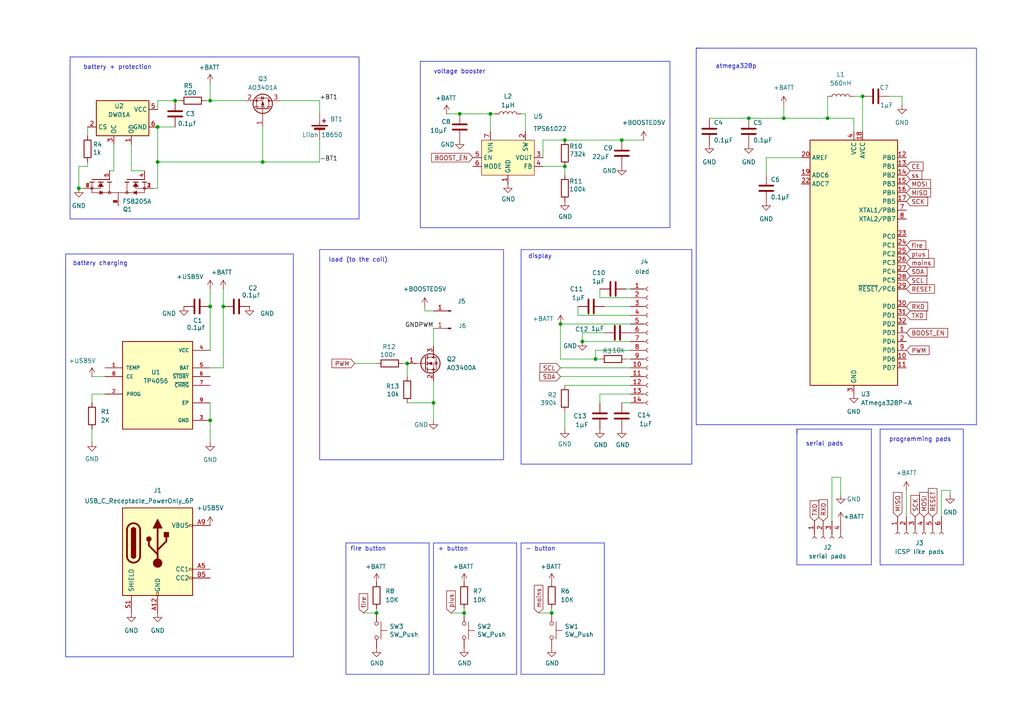
<source format=kicad_sch>
(kicad_sch
	(version 20231120)
	(generator "eeschema")
	(generator_version "8.0")
	(uuid "e79128ee-212b-4442-a43f-c163c43b8a09")
	(paper "A4")
	(title_block
		(title "VBox")
		(date "2024-12-24")
		(rev "0.1")
	)
	
	(junction
		(at 180.34 40.64)
		(diameter 0)
		(color 0 0 0 0)
		(uuid "0dc5ae22-7e67-4120-9f6e-a0e265feab63")
	)
	(junction
		(at 240.03 34.29)
		(diameter 0)
		(color 0 0 0 0)
		(uuid "15821422-e197-4bd4-b361-f0150207c9bb")
	)
	(junction
		(at 160.02 177.8)
		(diameter 0)
		(color 0 0 0 0)
		(uuid "18089797-9ba5-41f3-b4dd-22d805fc1bda")
	)
	(junction
		(at 109.22 177.8)
		(diameter 0)
		(color 0 0 0 0)
		(uuid "1cad8433-b5bd-4d9e-9e8a-7abf3e5a97e8")
	)
	(junction
		(at 134.62 177.8)
		(diameter 0)
		(color 0 0 0 0)
		(uuid "2da2010b-fbe0-4ab2-a32a-f05116a772a0")
	)
	(junction
		(at 163.83 48.26)
		(diameter 0)
		(color 0 0 0 0)
		(uuid "2f2a38f0-9a2c-40ee-9f91-325ece032515")
	)
	(junction
		(at 227.33 34.29)
		(diameter 0)
		(color 0 0 0 0)
		(uuid "33e8917f-22ab-4661-8d7f-650ba674fc23")
	)
	(junction
		(at 45.72 36.83)
		(diameter 0)
		(color 0 0 0 0)
		(uuid "40f166c1-6a8b-4ecc-8b51-eb5486a28fec")
	)
	(junction
		(at 172.72 104.14)
		(diameter 0)
		(color 0 0 0 0)
		(uuid "4217b900-d535-4734-a2ac-7b93230d661f")
	)
	(junction
		(at 163.83 40.64)
		(diameter 0)
		(color 0 0 0 0)
		(uuid "4e39a01e-112a-4b12-a345-0efbd1d14871")
	)
	(junction
		(at 162.56 93.98)
		(diameter 0)
		(color 0 0 0 0)
		(uuid "5e612b7d-95fe-4bd7-949f-a70b8fc4404d")
	)
	(junction
		(at 217.17 34.29)
		(diameter 0)
		(color 0 0 0 0)
		(uuid "5f6c49e7-ba2c-4108-b34b-e786a003c08f")
	)
	(junction
		(at 250.19 27.94)
		(diameter 0)
		(color 0 0 0 0)
		(uuid "7b142b6f-ce05-4807-bf86-6ae273939d8e")
	)
	(junction
		(at 64.77 88.9)
		(diameter 0)
		(color 0 0 0 0)
		(uuid "80c1698f-6d2f-4b1b-b8b2-9606e939d89f")
	)
	(junction
		(at 133.35 33.02)
		(diameter 0)
		(color 0 0 0 0)
		(uuid "8b5fb09f-0e0b-4e96-941c-4bab801f13bb")
	)
	(junction
		(at 125.73 116.84)
		(diameter 0)
		(color 0 0 0 0)
		(uuid "92c37d96-620b-449d-8890-cb47690b252b")
	)
	(junction
		(at 168.91 99.06)
		(diameter 0)
		(color 0 0 0 0)
		(uuid "9dd5d14b-36b0-4a2b-ad26-b1f91462cdbc")
	)
	(junction
		(at 22.86 54.61)
		(diameter 0)
		(color 0 0 0 0)
		(uuid "a34ece46-2b51-48f3-a371-3d05e13266c7")
	)
	(junction
		(at 60.96 88.9)
		(diameter 0)
		(color 0 0 0 0)
		(uuid "b44652fc-3e4f-4b29-bdce-61c6821919a5")
	)
	(junction
		(at 76.2 46.99)
		(diameter 0)
		(color 0 0 0 0)
		(uuid "c157e39a-ad68-439a-9093-a16128fa68ca")
	)
	(junction
		(at 50.8 29.21)
		(diameter 0)
		(color 0 0 0 0)
		(uuid "cc57f43e-bb39-44af-a9a0-88db0b9dc470")
	)
	(junction
		(at 45.72 46.99)
		(diameter 0)
		(color 0 0 0 0)
		(uuid "d394c192-c090-4cb0-8ff1-b6f13af8499d")
	)
	(junction
		(at 118.11 105.41)
		(diameter 0)
		(color 0 0 0 0)
		(uuid "d7994551-a46f-4565-8d26-2c29164c3b9a")
	)
	(junction
		(at 142.24 33.02)
		(diameter 0)
		(color 0 0 0 0)
		(uuid "dcc9532d-b0ef-4650-b2cd-5a3965bfb898")
	)
	(junction
		(at 60.96 121.92)
		(diameter 0)
		(color 0 0 0 0)
		(uuid "eff7a68a-7026-48de-bc34-3329900a0206")
	)
	(junction
		(at 60.96 29.21)
		(diameter 0)
		(color 0 0 0 0)
		(uuid "fd303f27-1f51-4c62-947e-2c22d346bc82")
	)
	(wire
		(pts
			(xy 217.17 34.29) (xy 227.33 34.29)
		)
		(stroke
			(width 0)
			(type default)
		)
		(uuid "0200448f-bfe2-4ef0-b8e4-9742f5ded03d")
	)
	(wire
		(pts
			(xy 172.72 101.6) (xy 172.72 104.14)
		)
		(stroke
			(width 0)
			(type default)
		)
		(uuid "059d077b-37cf-42c5-ab1f-07845c2262af")
	)
	(wire
		(pts
			(xy 25.4 46.99) (xy 25.4 48.26)
		)
		(stroke
			(width 0)
			(type default)
		)
		(uuid "0746fb1a-8712-47ff-b3f8-79ee6c6a3485")
	)
	(wire
		(pts
			(xy 118.11 116.84) (xy 125.73 116.84)
		)
		(stroke
			(width 0)
			(type default)
		)
		(uuid "096b2929-38d0-437b-9b1b-65fe8d2fbe40")
	)
	(wire
		(pts
			(xy 181.61 104.14) (xy 182.88 104.14)
		)
		(stroke
			(width 0)
			(type default)
		)
		(uuid "09f80b0d-7df1-4211-a7d3-bc19f8ca477b")
	)
	(wire
		(pts
			(xy 60.96 106.68) (xy 64.77 106.68)
		)
		(stroke
			(width 0)
			(type default)
		)
		(uuid "0d2565ff-dbd2-4fee-a2fc-1af442afa4c4")
	)
	(wire
		(pts
			(xy 175.26 96.52) (xy 168.91 96.52)
		)
		(stroke
			(width 0)
			(type default)
		)
		(uuid "11377225-1192-4577-a11a-9ca23dce9978")
	)
	(polyline
		(pts
			(xy 100.33 195.58) (xy 124.46 195.58)
		)
		(stroke
			(width 0)
			(type default)
		)
		(uuid "12350b7e-ef8f-41c7-a438-282a2176270e")
	)
	(wire
		(pts
			(xy 160.02 177.8) (xy 160.02 176.53)
		)
		(stroke
			(width 0)
			(type default)
		)
		(uuid "12fd672e-f86f-4f97-a9e8-f67e0b41ee28")
	)
	(wire
		(pts
			(xy 163.83 40.64) (xy 180.34 40.64)
		)
		(stroke
			(width 0)
			(type default)
		)
		(uuid "13e4932e-873f-4478-9587-edc3ed9fb69c")
	)
	(polyline
		(pts
			(xy 231.14 163.83) (xy 252.73 163.83)
		)
		(stroke
			(width 0)
			(type default)
		)
		(uuid "155efccc-bc2f-4e69-a90d-14efdf2d93df")
	)
	(wire
		(pts
			(xy 182.88 86.36) (xy 173.99 86.36)
		)
		(stroke
			(width 0)
			(type default)
		)
		(uuid "1583726e-8ef6-4253-88c6-6869fabf56c8")
	)
	(wire
		(pts
			(xy 142.24 33.02) (xy 143.51 33.02)
		)
		(stroke
			(width 0)
			(type default)
		)
		(uuid "1c01d52e-7266-4937-aff7-c71ade0c2b67")
	)
	(polyline
		(pts
			(xy 124.46 157.48) (xy 100.33 157.48)
		)
		(stroke
			(width 0)
			(type default)
		)
		(uuid "1d81c92b-14bf-445c-b483-aff13e70184d")
	)
	(wire
		(pts
			(xy 261.62 27.94) (xy 261.62 30.48)
		)
		(stroke
			(width 0)
			(type default)
		)
		(uuid "23e6d8d7-b061-4cbc-96ff-c533e5ee5e44")
	)
	(polyline
		(pts
			(xy 231.14 125.73) (xy 231.14 124.46)
		)
		(stroke
			(width 0)
			(type default)
		)
		(uuid "24af53c3-1dc5-48bc-9f67-aaa625bf5b78")
	)
	(polyline
		(pts
			(xy 175.26 195.58) (xy 175.26 157.48)
		)
		(stroke
			(width 0)
			(type default)
		)
		(uuid "25c13cc5-ebd6-4bff-8bbc-492b02906441")
	)
	(wire
		(pts
			(xy 257.81 27.94) (xy 261.62 27.94)
		)
		(stroke
			(width 0)
			(type default)
		)
		(uuid "25ca5e6c-29e0-4672-86f9-f52d09a9a91c")
	)
	(wire
		(pts
			(xy 247.65 34.29) (xy 247.65 38.1)
		)
		(stroke
			(width 0)
			(type default)
		)
		(uuid "2898c4b1-b946-4973-a49f-040ff31f0524")
	)
	(polyline
		(pts
			(xy 149.86 195.58) (xy 149.86 157.48)
		)
		(stroke
			(width 0)
			(type default)
		)
		(uuid "2a366425-f2ea-4b8e-bc6d-a62d5ef05778")
	)
	(wire
		(pts
			(xy 157.48 40.64) (xy 163.83 40.64)
		)
		(stroke
			(width 0)
			(type default)
		)
		(uuid "2c034e51-f1af-476e-8dd0-d969344c4ad9")
	)
	(wire
		(pts
			(xy 182.88 88.9) (xy 175.26 88.9)
		)
		(stroke
			(width 0)
			(type default)
		)
		(uuid "2cb62b69-e6a5-4953-9d3c-aa3a075cb925")
	)
	(wire
		(pts
			(xy 45.72 46.99) (xy 76.2 46.99)
		)
		(stroke
			(width 0)
			(type default)
		)
		(uuid "2cdcaef8-d603-4b28-870f-6290558e9f60")
	)
	(wire
		(pts
			(xy 157.48 45.72) (xy 157.48 40.64)
		)
		(stroke
			(width 0)
			(type default)
		)
		(uuid "2cf55bf0-b39e-4d1a-867a-a052ec5a0d52")
	)
	(wire
		(pts
			(xy 38.1 41.91) (xy 38.1 49.53)
		)
		(stroke
			(width 0)
			(type default)
		)
		(uuid "2e3d4023-7418-43d3-9133-cf755d25a37d")
	)
	(wire
		(pts
			(xy 116.84 105.41) (xy 118.11 105.41)
		)
		(stroke
			(width 0)
			(type default)
		)
		(uuid "3101b2af-59be-45ae-9c15-4e73eccaa0c1")
	)
	(wire
		(pts
			(xy 162.56 106.68) (xy 182.88 106.68)
		)
		(stroke
			(width 0)
			(type default)
		)
		(uuid "311cf34a-d8df-4511-ae46-4d42f6c85240")
	)
	(wire
		(pts
			(xy 22.86 54.61) (xy 24.13 54.61)
		)
		(stroke
			(width 0)
			(type default)
		)
		(uuid "3167ec46-f722-4478-ac05-e998364cd6d0")
	)
	(wire
		(pts
			(xy 71.12 29.21) (xy 60.96 29.21)
		)
		(stroke
			(width 0)
			(type default)
		)
		(uuid "3522f34c-6487-49bf-ac51-7323b17345b2")
	)
	(wire
		(pts
			(xy 60.96 121.92) (xy 60.96 128.27)
		)
		(stroke
			(width 0)
			(type default)
		)
		(uuid "36dca280-04b1-4c51-b4b7-6d77284dadcd")
	)
	(wire
		(pts
			(xy 44.45 54.61) (xy 45.72 54.61)
		)
		(stroke
			(width 0)
			(type default)
		)
		(uuid "391027ba-8856-443e-9d95-57a090209cf3")
	)
	(wire
		(pts
			(xy 33.02 41.91) (xy 33.02 49.53)
		)
		(stroke
			(width 0)
			(type default)
		)
		(uuid "3af4de8c-6483-40d2-aeff-fe3d87599550")
	)
	(polyline
		(pts
			(xy 175.26 157.48) (xy 151.13 157.48)
		)
		(stroke
			(width 0)
			(type default)
		)
		(uuid "3e547839-a9c1-408b-8160-2d8f79ca76de")
	)
	(wire
		(pts
			(xy 232.41 45.72) (xy 222.25 45.72)
		)
		(stroke
			(width 0)
			(type default)
		)
		(uuid "3f64501e-588d-4e01-b1b3-55230877122a")
	)
	(wire
		(pts
			(xy 240.03 27.94) (xy 240.03 34.29)
		)
		(stroke
			(width 0)
			(type default)
		)
		(uuid "40e9b743-436d-4d87-b31b-b2e561b80ad3")
	)
	(polyline
		(pts
			(xy 255.27 125.73) (xy 255.27 163.83)
		)
		(stroke
			(width 0)
			(type default)
		)
		(uuid "411f4aca-4c95-48bb-9a76-717b2f8a9260")
	)
	(wire
		(pts
			(xy 241.3 138.43) (xy 241.3 151.13)
		)
		(stroke
			(width 0)
			(type default)
		)
		(uuid "424e1c7b-921f-474a-9dd4-f4ae2f2c5fb1")
	)
	(polyline
		(pts
			(xy 283.21 123.19) (xy 283.21 13.97)
		)
		(stroke
			(width 0)
			(type default)
		)
		(uuid "45c954d0-e2a6-4d43-905a-54951991527e")
	)
	(wire
		(pts
			(xy 125.73 95.25) (xy 125.73 100.33)
		)
		(stroke
			(width 0)
			(type default)
		)
		(uuid "495e1c52-16e6-4bc6-8a63-bb1c33380fe1")
	)
	(wire
		(pts
			(xy 76.2 46.99) (xy 92.71 46.99)
		)
		(stroke
			(width 0)
			(type default)
		)
		(uuid "4a8766ae-4928-435e-b110-8211e1648e7f")
	)
	(wire
		(pts
			(xy 181.61 83.82) (xy 182.88 83.82)
		)
		(stroke
			(width 0)
			(type default)
		)
		(uuid "4b0c2310-69ce-4f33-ba09-74e5d47845f2")
	)
	(wire
		(pts
			(xy 45.72 31.75) (xy 45.72 29.21)
		)
		(stroke
			(width 0)
			(type default)
		)
		(uuid "4b9104fc-d6d0-4d02-bf45-2760e05a9936")
	)
	(wire
		(pts
			(xy 45.72 29.21) (xy 50.8 29.21)
		)
		(stroke
			(width 0)
			(type default)
		)
		(uuid "507581eb-367b-44b3-a5cb-cbf17268a41b")
	)
	(polyline
		(pts
			(xy 279.4 124.46) (xy 255.27 124.46)
		)
		(stroke
			(width 0)
			(type default)
		)
		(uuid "511c05bb-5a67-4ff8-85dc-9a31a77cde9b")
	)
	(wire
		(pts
			(xy 102.87 105.41) (xy 109.22 105.41)
		)
		(stroke
			(width 0)
			(type default)
		)
		(uuid "595a1b64-1d74-4acc-8a14-7a0b72b91cef")
	)
	(wire
		(pts
			(xy 167.64 88.9) (xy 167.64 91.44)
		)
		(stroke
			(width 0)
			(type default)
		)
		(uuid "5a068dd7-1cff-4346-9101-649bb2162239")
	)
	(wire
		(pts
			(xy 45.72 36.83) (xy 50.8 36.83)
		)
		(stroke
			(width 0)
			(type default)
		)
		(uuid "5a96c07f-c099-4d57-ab78-8108721f3b21")
	)
	(wire
		(pts
			(xy 60.96 29.21) (xy 60.96 24.13)
		)
		(stroke
			(width 0)
			(type default)
		)
		(uuid "5abe0e43-0321-4927-a464-6e61efe86853")
	)
	(wire
		(pts
			(xy 157.48 48.26) (xy 163.83 48.26)
		)
		(stroke
			(width 0)
			(type default)
		)
		(uuid "5adb3eb4-b2ef-46f7-92f8-bfa41cf9789a")
	)
	(wire
		(pts
			(xy 26.67 114.3) (xy 26.67 116.84)
		)
		(stroke
			(width 0)
			(type default)
		)
		(uuid "5c0b93d7-54ae-42a1-b7b0-9cfef1925c8a")
	)
	(wire
		(pts
			(xy 45.72 36.83) (xy 45.72 46.99)
		)
		(stroke
			(width 0)
			(type default)
		)
		(uuid "61def6f6-ddfe-460e-ba08-30ae2262006d")
	)
	(wire
		(pts
			(xy 262.89 142.24) (xy 262.89 149.86)
		)
		(stroke
			(width 0)
			(type default)
		)
		(uuid "62c0d760-160b-44b0-a21d-099c041a71be")
	)
	(wire
		(pts
			(xy 25.4 48.26) (xy 22.86 48.26)
		)
		(stroke
			(width 0)
			(type default)
		)
		(uuid "6823a712-7d62-4652-a910-4ecb18fe1b6f")
	)
	(wire
		(pts
			(xy 59.69 29.21) (xy 60.96 29.21)
		)
		(stroke
			(width 0)
			(type default)
		)
		(uuid "69e8bee0-0ae5-4716-91d3-dc7ff4b23f8a")
	)
	(wire
		(pts
			(xy 92.71 33.02) (xy 92.71 29.21)
		)
		(stroke
			(width 0)
			(type default)
		)
		(uuid "6b39adab-86a5-4f34-8b36-3aa4ca9c2636")
	)
	(wire
		(pts
			(xy 240.03 34.29) (xy 247.65 34.29)
		)
		(stroke
			(width 0)
			(type default)
		)
		(uuid "6c5d27ab-11f1-4f54-b3ff-0334d9bea96f")
	)
	(wire
		(pts
			(xy 227.33 34.29) (xy 240.03 34.29)
		)
		(stroke
			(width 0)
			(type default)
		)
		(uuid "6e8f0f68-7308-4a7e-bd1e-b638f9405786")
	)
	(polyline
		(pts
			(xy 100.33 157.48) (xy 100.33 158.75)
		)
		(stroke
			(width 0)
			(type default)
		)
		(uuid "800fcaae-f687-488a-9703-ca8c2e6bd685")
	)
	(wire
		(pts
			(xy 163.83 111.76) (xy 182.88 111.76)
		)
		(stroke
			(width 0)
			(type default)
		)
		(uuid "803ede38-9d19-4360-9da4-305d1900f3ca")
	)
	(wire
		(pts
			(xy 182.88 93.98) (xy 162.56 93.98)
		)
		(stroke
			(width 0)
			(type default)
		)
		(uuid "85b4d837-ede9-41a2-8b6b-be843669f01d")
	)
	(polyline
		(pts
			(xy 125.73 195.58) (xy 149.86 195.58)
		)
		(stroke
			(width 0)
			(type default)
		)
		(uuid "863239a2-05cc-43f6-9f45-20d1b8f2d283")
	)
	(wire
		(pts
			(xy 162.56 93.98) (xy 162.56 104.14)
		)
		(stroke
			(width 0)
			(type default)
		)
		(uuid "870b3c73-176b-4954-99bf-e4a3f4d86f5b")
	)
	(wire
		(pts
			(xy 118.11 105.41) (xy 118.11 109.22)
		)
		(stroke
			(width 0)
			(type default)
		)
		(uuid "8a13725d-8c10-4b65-bab7-aa5dc4d5c93a")
	)
	(polyline
		(pts
			(xy 149.86 157.48) (xy 125.73 157.48)
		)
		(stroke
			(width 0)
			(type default)
		)
		(uuid "8a631b78-1f77-4626-bd0a-6626cb021225")
	)
	(wire
		(pts
			(xy 142.24 33.02) (xy 142.24 38.1)
		)
		(stroke
			(width 0)
			(type default)
		)
		(uuid "8b61020e-e1a6-4156-aed8-1f68d508c328")
	)
	(polyline
		(pts
			(xy 151.13 195.58) (xy 175.26 195.58)
		)
		(stroke
			(width 0)
			(type default)
		)
		(uuid "8d9b5a85-d982-43e4-a1ab-82a00b8238ff")
	)
	(wire
		(pts
			(xy 156.21 177.8) (xy 160.02 177.8)
		)
		(stroke
			(width 0)
			(type default)
		)
		(uuid "90b1765e-5524-452d-959c-1997c614fda6")
	)
	(wire
		(pts
			(xy 125.73 121.92) (xy 125.73 116.84)
		)
		(stroke
			(width 0)
			(type default)
		)
		(uuid "90da4bdb-8f7f-40b7-940a-0f67ad86160c")
	)
	(wire
		(pts
			(xy 241.3 138.43) (xy 243.84 138.43)
		)
		(stroke
			(width 0)
			(type default)
		)
		(uuid "914fe708-b5eb-4b11-a470-de7f4e34fdcb")
	)
	(wire
		(pts
			(xy 125.73 116.84) (xy 125.73 110.49)
		)
		(stroke
			(width 0)
			(type default)
		)
		(uuid "915b42b7-8a7a-487d-8ac2-da73c896d52f")
	)
	(wire
		(pts
			(xy 173.99 86.36) (xy 173.99 83.82)
		)
		(stroke
			(width 0)
			(type default)
		)
		(uuid "919ce4dd-0292-41c6-9d22-55c2c409f123")
	)
	(wire
		(pts
			(xy 250.19 27.94) (xy 247.65 27.94)
		)
		(stroke
			(width 0)
			(type default)
		)
		(uuid "9364d56f-c5be-4860-8ffc-0831fbe03cbf")
	)
	(polyline
		(pts
			(xy 283.21 13.97) (xy 201.93 13.97)
		)
		(stroke
			(width 0)
			(type default)
		)
		(uuid "944feeed-ba8c-42ae-aed8-525f64756468")
	)
	(wire
		(pts
			(xy 250.19 38.1) (xy 250.19 27.94)
		)
		(stroke
			(width 0)
			(type default)
		)
		(uuid "9587f155-86a6-4488-a323-c37d1f7db3ad")
	)
	(polyline
		(pts
			(xy 151.13 157.48) (xy 151.13 158.75)
		)
		(stroke
			(width 0)
			(type default)
		)
		(uuid "98424fc0-8205-4607-9bfc-083783326b9e")
	)
	(wire
		(pts
			(xy 134.62 177.8) (xy 134.62 176.53)
		)
		(stroke
			(width 0)
			(type default)
		)
		(uuid "9a3fd8b7-61fe-4002-b7e0-c1a9ac06f228")
	)
	(polyline
		(pts
			(xy 124.46 195.58) (xy 124.46 157.48)
		)
		(stroke
			(width 0)
			(type default)
		)
		(uuid "9a501a10-12b6-437f-b66f-747378a73216")
	)
	(wire
		(pts
			(xy 60.96 83.82) (xy 60.96 88.9)
		)
		(stroke
			(width 0)
			(type default)
		)
		(uuid "9e310c8a-0642-4073-aa6d-813d716cd45b")
	)
	(wire
		(pts
			(xy 152.4 38.1) (xy 152.4 33.02)
		)
		(stroke
			(width 0)
			(type default)
		)
		(uuid "9f6a8c65-318a-4bdb-b9af-fd742009a117")
	)
	(wire
		(pts
			(xy 109.22 177.8) (xy 109.22 176.53)
		)
		(stroke
			(width 0)
			(type default)
		)
		(uuid "9f7a48ef-6c1f-4994-9fcc-1503e766ed41")
	)
	(wire
		(pts
			(xy 33.02 49.53) (xy 31.75 49.53)
		)
		(stroke
			(width 0)
			(type default)
		)
		(uuid "a20b69e8-d433-475d-a812-0cd1482305f5")
	)
	(polyline
		(pts
			(xy 125.73 158.75) (xy 125.73 195.58)
		)
		(stroke
			(width 0)
			(type default)
		)
		(uuid "a5375569-5406-4df3-ae2f-20b84d3474dd")
	)
	(wire
		(pts
			(xy 64.77 88.9) (xy 64.77 106.68)
		)
		(stroke
			(width 0)
			(type default)
		)
		(uuid "a5d8fdb4-b334-4d4b-a29c-9421c3c8111c")
	)
	(wire
		(pts
			(xy 168.91 96.52) (xy 168.91 99.06)
		)
		(stroke
			(width 0)
			(type default)
		)
		(uuid "a6e28197-eacd-4f41-8242-aa9aafc2e4c4")
	)
	(wire
		(pts
			(xy 173.99 114.3) (xy 173.99 116.84)
		)
		(stroke
			(width 0)
			(type default)
		)
		(uuid "a6e5a03c-0a59-4a4f-bb74-a797aa0e3866")
	)
	(wire
		(pts
			(xy 76.2 36.83) (xy 76.2 46.99)
		)
		(stroke
			(width 0)
			(type default)
		)
		(uuid "a8dac2c3-f7c9-4861-a13a-663e95da4948")
	)
	(wire
		(pts
			(xy 182.88 114.3) (xy 173.99 114.3)
		)
		(stroke
			(width 0)
			(type default)
		)
		(uuid "ace68dec-040e-43dc-94c1-61b7348cadaa")
	)
	(polyline
		(pts
			(xy 255.27 124.46) (xy 255.27 125.73)
		)
		(stroke
			(width 0)
			(type default)
		)
		(uuid "acf1f5be-4666-4b26-869e-0e013bcb51ca")
	)
	(wire
		(pts
			(xy 105.41 177.8) (xy 109.22 177.8)
		)
		(stroke
			(width 0)
			(type default)
		)
		(uuid "ad769812-556c-44fd-b6b7-a469939cf3d1")
	)
	(wire
		(pts
			(xy 273.05 142.24) (xy 275.59 142.24)
		)
		(stroke
			(width 0)
			(type default)
		)
		(uuid "b00e34a9-0740-48bb-b58c-de9e0ed32b07")
	)
	(wire
		(pts
			(xy 92.71 40.64) (xy 92.71 46.99)
		)
		(stroke
			(width 0)
			(type default)
		)
		(uuid "b0d7e412-a508-4273-a8e5-b1bc2dccf00a")
	)
	(polyline
		(pts
			(xy 252.73 163.83) (xy 252.73 124.46)
		)
		(stroke
			(width 0)
			(type default)
		)
		(uuid "b1e5f9e5-7bae-4eee-a5c6-913a23725093")
	)
	(wire
		(pts
			(xy 273.05 142.24) (xy 273.05 149.86)
		)
		(stroke
			(width 0)
			(type default)
		)
		(uuid "b2cd60e4-0367-4f76-a58a-89bda606426b")
	)
	(wire
		(pts
			(xy 167.64 91.44) (xy 182.88 91.44)
		)
		(stroke
			(width 0)
			(type default)
		)
		(uuid "b352bac4-bfcc-43f9-ac95-46eb71868093")
	)
	(wire
		(pts
			(xy 60.96 88.9) (xy 60.96 101.6)
		)
		(stroke
			(width 0)
			(type default)
		)
		(uuid "b4aa2b5e-516c-4112-9b80-7f5489e9b3bf")
	)
	(wire
		(pts
			(xy 123.19 88.9) (xy 123.19 90.17)
		)
		(stroke
			(width 0)
			(type default)
		)
		(uuid "b5d8cf59-f837-4ba0-b956-f49ab679e049")
	)
	(wire
		(pts
			(xy 162.56 104.14) (xy 172.72 104.14)
		)
		(stroke
			(width 0)
			(type default)
		)
		(uuid "b7671b70-5193-4e82-ab2f-4a141b9d6c57")
	)
	(wire
		(pts
			(xy 26.67 124.46) (xy 26.67 128.27)
		)
		(stroke
			(width 0)
			(type default)
		)
		(uuid "b879f85c-02af-4363-8688-cff5a875a864")
	)
	(polyline
		(pts
			(xy 201.93 123.19) (xy 283.21 123.19)
		)
		(stroke
			(width 0)
			(type default)
		)
		(uuid "b9367769-d30f-4482-8dc9-e26e78be2778")
	)
	(wire
		(pts
			(xy 22.86 48.26) (xy 22.86 54.61)
		)
		(stroke
			(width 0)
			(type default)
		)
		(uuid "b9803d74-78d2-4049-935e-89bd068d78b8")
	)
	(polyline
		(pts
			(xy 231.14 124.46) (xy 231.14 162.56)
		)
		(stroke
			(width 0)
			(type default)
		)
		(uuid "b9c4014f-a92b-4056-9079-a0546028cf45")
	)
	(wire
		(pts
			(xy 205.74 34.29) (xy 217.17 34.29)
		)
		(stroke
			(width 0)
			(type default)
		)
		(uuid "baa90bfa-2f63-43ff-9b2c-8959dc1c4dec")
	)
	(polyline
		(pts
			(xy 125.73 157.48) (xy 125.73 158.75)
		)
		(stroke
			(width 0)
			(type default)
		)
		(uuid "bb132e15-3950-4db9-a0c2-c295702b962b")
	)
	(wire
		(pts
			(xy 180.34 40.64) (xy 186.69 40.64)
		)
		(stroke
			(width 0)
			(type default)
		)
		(uuid "bbff4e7a-f56b-4542-a514-183058c05d62")
	)
	(wire
		(pts
			(xy 25.4 36.83) (xy 25.4 39.37)
		)
		(stroke
			(width 0)
			(type default)
		)
		(uuid "bc36a65e-af7f-4f86-971a-fced82fcc346")
	)
	(wire
		(pts
			(xy 64.77 83.82) (xy 64.77 88.9)
		)
		(stroke
			(width 0)
			(type default)
		)
		(uuid "c0a58d72-19b2-4a3a-ae66-234ce5d65b39")
	)
	(wire
		(pts
			(xy 162.56 109.22) (xy 182.88 109.22)
		)
		(stroke
			(width 0)
			(type default)
		)
		(uuid "c3a93bbf-8b41-42ed-98ee-826ff1af8c11")
	)
	(wire
		(pts
			(xy 227.33 30.48) (xy 227.33 34.29)
		)
		(stroke
			(width 0)
			(type default)
		)
		(uuid "c3f37a05-50ed-4328-bb02-16534c3106f3")
	)
	(wire
		(pts
			(xy 163.83 124.46) (xy 163.83 119.38)
		)
		(stroke
			(width 0)
			(type default)
		)
		(uuid "c47013ba-a793-4ac5-ba01-97f694620218")
	)
	(wire
		(pts
			(xy 45.72 46.99) (xy 45.72 54.61)
		)
		(stroke
			(width 0)
			(type default)
		)
		(uuid "c60e6008-802e-46ee-bf71-263d617c4326")
	)
	(wire
		(pts
			(xy 130.81 177.8) (xy 134.62 177.8)
		)
		(stroke
			(width 0)
			(type default)
		)
		(uuid "c685704e-3c4c-40d5-b39a-57a2052ad9ea")
	)
	(wire
		(pts
			(xy 180.34 116.84) (xy 182.88 116.84)
		)
		(stroke
			(width 0)
			(type default)
		)
		(uuid "c88b8da0-884f-4780-aed2-e03e9939932f")
	)
	(wire
		(pts
			(xy 172.72 104.14) (xy 173.99 104.14)
		)
		(stroke
			(width 0)
			(type default)
		)
		(uuid "c971b6cb-a311-4ddb-a3b1-6cbd1e89d0e2")
	)
	(wire
		(pts
			(xy 243.84 138.43) (xy 243.84 143.51)
		)
		(stroke
			(width 0)
			(type default)
		)
		(uuid "cf269dfc-b934-410a-86b5-cf76953fed13")
	)
	(wire
		(pts
			(xy 30.48 114.3) (xy 26.67 114.3)
		)
		(stroke
			(width 0)
			(type default)
		)
		(uuid "d15a4deb-d980-4d86-9ec0-5bae7744c017")
	)
	(wire
		(pts
			(xy 129.54 33.02) (xy 133.35 33.02)
		)
		(stroke
			(width 0)
			(type default)
		)
		(uuid "d1a907b3-5811-4996-ad0f-d9ce4c77f16e")
	)
	(polyline
		(pts
			(xy 231.14 162.56) (xy 231.14 163.83)
		)
		(stroke
			(width 0)
			(type default)
		)
		(uuid "d36bb747-eaf4-4aba-857b-e6181f6a24d5")
	)
	(wire
		(pts
			(xy 152.4 33.02) (xy 151.13 33.02)
		)
		(stroke
			(width 0)
			(type default)
		)
		(uuid "d686b5ce-3650-4b5b-8f9d-f75125b89c07")
	)
	(polyline
		(pts
			(xy 252.73 124.46) (xy 231.14 124.46)
		)
		(stroke
			(width 0)
			(type default)
		)
		(uuid "d68e54a4-3fae-440e-a27e-de6635bc1259")
	)
	(wire
		(pts
			(xy 50.8 29.21) (xy 52.07 29.21)
		)
		(stroke
			(width 0)
			(type default)
		)
		(uuid "d8a0b507-701b-4230-a1af-86a1849847bd")
	)
	(polyline
		(pts
			(xy 279.4 163.83) (xy 279.4 124.46)
		)
		(stroke
			(width 0)
			(type default)
		)
		(uuid "d8a1ce83-6b69-46ba-b328-90c0d90716ae")
	)
	(wire
		(pts
			(xy 275.59 142.24) (xy 275.59 143.51)
		)
		(stroke
			(width 0)
			(type default)
		)
		(uuid "d9861edb-c71d-464f-8e04-2b1d2f977e8c")
	)
	(wire
		(pts
			(xy 92.71 29.21) (xy 81.28 29.21)
		)
		(stroke
			(width 0)
			(type default)
		)
		(uuid "dc76ba07-1e40-4b64-8e01-72ce0a5a3d47")
	)
	(wire
		(pts
			(xy 168.91 99.06) (xy 182.88 99.06)
		)
		(stroke
			(width 0)
			(type default)
		)
		(uuid "deff7a0c-f4d1-40b3-993a-6a01680c5bfa")
	)
	(polyline
		(pts
			(xy 100.33 158.75) (xy 100.33 195.58)
		)
		(stroke
			(width 0)
			(type default)
		)
		(uuid "e1db05f4-8fb1-4c4e-982f-f11f81cc7128")
	)
	(polyline
		(pts
			(xy 201.93 13.97) (xy 201.93 123.19)
		)
		(stroke
			(width 0)
			(type default)
		)
		(uuid "e35ca5e1-8659-42ff-a65e-e71e65ddcb2d")
	)
	(wire
		(pts
			(xy 26.67 109.22) (xy 30.48 109.22)
		)
		(stroke
			(width 0)
			(type default)
		)
		(uuid "e76b283b-92d8-4bb7-9561-91d7a5027793")
	)
	(wire
		(pts
			(xy 133.35 33.02) (xy 142.24 33.02)
		)
		(stroke
			(width 0)
			(type default)
		)
		(uuid "e8ccfd51-86c8-4a1c-a0f7-5beef73fa129")
	)
	(wire
		(pts
			(xy 38.1 49.53) (xy 41.91 49.53)
		)
		(stroke
			(width 0)
			(type default)
		)
		(uuid "eb645478-4301-4d23-bf30-33dc61cb4440")
	)
	(wire
		(pts
			(xy 222.25 45.72) (xy 222.25 50.8)
		)
		(stroke
			(width 0)
			(type default)
		)
		(uuid "ec00d9f8-59b8-4da1-af5a-d25367b1f8e2")
	)
	(wire
		(pts
			(xy 60.96 116.84) (xy 60.96 121.92)
		)
		(stroke
			(width 0)
			(type default)
		)
		(uuid "ee394567-dcc0-4a72-a255-8a0582506be4")
	)
	(polyline
		(pts
			(xy 201.93 13.97) (xy 203.2 13.97)
		)
		(stroke
			(width 0)
			(type default)
		)
		(uuid "f095d582-ccff-489c-80a4-829b1bd8619c")
	)
	(wire
		(pts
			(xy 123.19 90.17) (xy 125.73 90.17)
		)
		(stroke
			(width 0)
			(type default)
		)
		(uuid "f1a10468-5f8e-48a8-b681-c140600935e4")
	)
	(polyline
		(pts
			(xy 151.13 158.75) (xy 151.13 195.58)
		)
		(stroke
			(width 0)
			(type default)
		)
		(uuid "f5b4159a-0f8b-4f5c-a674-8530deea6812")
	)
	(wire
		(pts
			(xy 182.88 101.6) (xy 172.72 101.6)
		)
		(stroke
			(width 0)
			(type default)
		)
		(uuid "f8d20ee8-1fa4-4ea6-b52e-f0be6681828a")
	)
	(wire
		(pts
			(xy 163.83 48.26) (xy 163.83 50.8)
		)
		(stroke
			(width 0)
			(type default)
		)
		(uuid "fb2ad3da-6e0d-4c1a-bdbe-a0dec5b9291c")
	)
	(polyline
		(pts
			(xy 255.27 163.83) (xy 279.4 163.83)
		)
		(stroke
			(width 0)
			(type default)
		)
		(uuid "fe72f79c-933c-4578-90b4-4014f626cad6")
	)
	(rectangle
		(start 20.32 16.51)
		(end 104.14 63.5)
		(stroke
			(width 0)
			(type default)
		)
		(fill
			(type none)
		)
		(uuid 53c2afa1-91f1-4b46-a877-1e1e08a290e9)
	)
	(rectangle
		(start 92.71 72.39)
		(end 146.05 133.35)
		(stroke
			(width 0)
			(type default)
		)
		(fill
			(type none)
		)
		(uuid b1c6f49d-6b55-4992-a06b-1704d10e6b87)
	)
	(rectangle
		(start 121.92 17.78)
		(end 194.31 66.04)
		(stroke
			(width 0)
			(type default)
		)
		(fill
			(type none)
		)
		(uuid c2c8d6ae-fbe8-4c4d-ab37-f6f043db280f)
	)
	(rectangle
		(start 19.05 73.66)
		(end 85.09 190.5)
		(stroke
			(width 0)
			(type default)
		)
		(fill
			(type none)
		)
		(uuid ddbcd845-0740-4a1f-897c-34b5d3f1f33a)
	)
	(rectangle
		(start 151.13 72.39)
		(end 200.66 134.62)
		(stroke
			(width 0)
			(type default)
		)
		(fill
			(type none)
		)
		(uuid ecf3cacd-298b-4309-b0b7-32a8e2a2ec20)
	)
	(text "voltage booster"
		(exclude_from_sim no)
		(at 125.73 21.59 0)
		(effects
			(font
				(size 1.27 1.27)
			)
			(justify left bottom)
		)
		(uuid "3526efbc-cdae-45af-89cc-fc7e08ce8acf")
	)
	(text "serial pads"
		(exclude_from_sim no)
		(at 233.68 129.54 0)
		(effects
			(font
				(size 1.27 1.27)
			)
			(justify left bottom)
		)
		(uuid "59c93e5e-b68a-45e2-a3ee-b2cb2a1e5c04")
	)
	(text "+ button"
		(exclude_from_sim no)
		(at 127 160.02 0)
		(effects
			(font
				(size 1.27 1.27)
			)
			(justify left bottom)
		)
		(uuid "9bc770c7-95a5-4534-847b-a292de76738c")
	)
	(text "load (to the coil)"
		(exclude_from_sim no)
		(at 95.25 76.2 0)
		(effects
			(font
				(size 1.27 1.27)
			)
			(justify left bottom)
		)
		(uuid "c3afd0ab-e229-4220-8d82-129548cfb5c3")
	)
	(text "battery + protection"
		(exclude_from_sim no)
		(at 24.13 20.32 0)
		(effects
			(font
				(size 1.27 1.27)
			)
			(justify left bottom)
		)
		(uuid "cf6707f9-fc15-4533-a619-b96229307976")
	)
	(text "battery charging"
		(exclude_from_sim no)
		(at 21.082 77.216 0)
		(effects
			(font
				(size 1.27 1.27)
			)
			(justify left bottom)
		)
		(uuid "d2960c67-27bf-4777-950c-aaa700e526c6")
	)
	(text "- button"
		(exclude_from_sim no)
		(at 152.4 160.02 0)
		(effects
			(font
				(size 1.27 1.27)
			)
			(justify left bottom)
		)
		(uuid "d2df5bb6-ec44-4284-80aa-41c931590d5b")
	)
	(text "atmega328p"
		(exclude_from_sim no)
		(at 207.518 20.066 0)
		(effects
			(font
				(size 1.27 1.27)
			)
			(justify left bottom)
		)
		(uuid "dd5673ef-a816-4125-92b5-fde51478b588")
	)
	(text "fire button"
		(exclude_from_sim no)
		(at 101.6 160.02 0)
		(effects
			(font
				(size 1.27 1.27)
			)
			(justify left bottom)
		)
		(uuid "e2f9afad-e9d9-4776-99cb-98a849449aac")
	)
	(text "display"
		(exclude_from_sim no)
		(at 153.162 75.184 0)
		(effects
			(font
				(size 1.27 1.27)
			)
			(justify left bottom)
		)
		(uuid "e317e77d-45b9-4fb2-9bab-aeacbfc8aa93")
	)
	(text "programming pads"
		(exclude_from_sim no)
		(at 257.81 128.27 0)
		(effects
			(font
				(size 1.27 1.27)
			)
			(justify left bottom)
		)
		(uuid "e6938b23-4214-43e7-b7f1-17d983772a5a")
	)
	(label "-BT1"
		(at 92.71 46.99 0)
		(fields_autoplaced yes)
		(effects
			(font
				(size 1.27 1.27)
			)
			(justify left bottom)
		)
		(uuid "198fbeda-5b51-4901-90fb-8d47f106eae9")
	)
	(label "GNDPWM"
		(at 125.73 95.25 180)
		(fields_autoplaced yes)
		(effects
			(font
				(size 1.27 1.27)
			)
			(justify right bottom)
		)
		(uuid "28b1ea2a-8dbb-4bb4-b3f2-70108d422758")
	)
	(label "+BT1"
		(at 92.71 29.21 0)
		(fields_autoplaced yes)
		(effects
			(font
				(size 1.27 1.27)
			)
			(justify left bottom)
		)
		(uuid "df262f70-44cb-4143-b5c7-34fa2e96f7e1")
	)
	(global_label "CE"
		(shape input)
		(at 262.89 48.26 0)
		(fields_autoplaced yes)
		(effects
			(font
				(size 1.27 1.27)
			)
			(justify left)
		)
		(uuid "01e6cec8-1dfb-40cb-9d00-1295f888b085")
		(property "Intersheetrefs" "${INTERSHEET_REFS}"
			(at 267.5606 48.26 0)
			(effects
				(font
					(size 1.27 1.27)
				)
				(justify left)
				(hide yes)
			)
		)
	)
	(global_label "moins"
		(shape input)
		(at 156.21 177.8 90)
		(fields_autoplaced yes)
		(effects
			(font
				(size 1.27 1.27)
			)
			(justify left)
		)
		(uuid "10dbdbac-7053-43b1-bcbd-96847b95e7cd")
		(property "Intersheetrefs" "${INTERSHEET_REFS}"
			(at 156.21 169.1906 90)
			(effects
				(font
					(size 1.27 1.27)
				)
				(justify left)
				(hide yes)
			)
		)
	)
	(global_label "SDA"
		(shape input)
		(at 162.56 109.22 180)
		(fields_autoplaced yes)
		(effects
			(font
				(size 1.27 1.27)
			)
			(justify right)
		)
		(uuid "14cc497d-50bd-4238-9791-86ede29a8a14")
		(property "Intersheetrefs" "${INTERSHEET_REFS}"
			(at 156.0067 109.22 0)
			(effects
				(font
					(size 1.27 1.27)
				)
				(justify right)
				(hide yes)
			)
		)
	)
	(global_label "MISO"
		(shape input)
		(at 260.35 149.86 90)
		(fields_autoplaced yes)
		(effects
			(font
				(size 1.27 1.27)
			)
			(justify left)
		)
		(uuid "1868f2d9-af7c-42f8-beb3-96f3258b5e8f")
		(property "Intersheetrefs" "${INTERSHEET_REFS}"
			(at 260.2706 142.9396 90)
			(effects
				(font
					(size 1.27 1.27)
				)
				(justify left)
				(hide yes)
			)
		)
	)
	(global_label "SCK"
		(shape input)
		(at 262.89 58.42 0)
		(fields_autoplaced yes)
		(effects
			(font
				(size 1.27 1.27)
			)
			(justify left)
		)
		(uuid "1977276a-bf19-4f16-b0aa-877b3acae703")
		(property "Intersheetrefs" "${INTERSHEET_REFS}"
			(at 268.9637 58.3406 0)
			(effects
				(font
					(size 1.27 1.27)
				)
				(justify left)
				(hide yes)
			)
		)
	)
	(global_label "SDA"
		(shape input)
		(at 262.89 78.74 0)
		(fields_autoplaced yes)
		(effects
			(font
				(size 1.27 1.27)
			)
			(justify left)
		)
		(uuid "214eba98-a13b-43d3-adab-15334196d96a")
		(property "Intersheetrefs" "${INTERSHEET_REFS}"
			(at 269.4433 78.74 0)
			(effects
				(font
					(size 1.27 1.27)
				)
				(justify left)
				(hide yes)
			)
		)
	)
	(global_label "TXD"
		(shape input)
		(at 262.89 91.44 0)
		(fields_autoplaced yes)
		(effects
			(font
				(size 1.27 1.27)
			)
			(justify left)
		)
		(uuid "21f1c95e-b62f-4001-b6f7-eefd2b82e13b")
		(property "Intersheetrefs" "${INTERSHEET_REFS}"
			(at 268.6613 91.3606 0)
			(effects
				(font
					(size 1.27 1.27)
				)
				(justify left)
				(hide yes)
			)
		)
	)
	(global_label "SCK"
		(shape input)
		(at 265.43 149.86 90)
		(fields_autoplaced yes)
		(effects
			(font
				(size 1.27 1.27)
			)
			(justify left)
		)
		(uuid "26727509-ada2-4002-9d26-56f578afa119")
		(property "Intersheetrefs" "${INTERSHEET_REFS}"
			(at 149.86 54.61 0)
			(effects
				(font
					(size 1.27 1.27)
				)
				(hide yes)
			)
		)
		(property "Références Inter-Feuilles" "${INTERSHEET_REFS}"
			(at 265.3506 143.7863 90)
			(effects
				(font
					(size 1.27 1.27)
				)
				(justify left)
				(hide yes)
			)
		)
	)
	(global_label "MISO"
		(shape input)
		(at 262.89 55.88 0)
		(fields_autoplaced yes)
		(effects
			(font
				(size 1.27 1.27)
			)
			(justify left)
		)
		(uuid "2fc1df64-11e4-46dc-bb9a-04e5c53d1fb3")
		(property "Intersheetrefs" "${INTERSHEET_REFS}"
			(at 269.8104 55.8006 0)
			(effects
				(font
					(size 1.27 1.27)
				)
				(justify left)
				(hide yes)
			)
		)
	)
	(global_label "PWM"
		(shape input)
		(at 262.89 101.6 0)
		(fields_autoplaced yes)
		(effects
			(font
				(size 1.27 1.27)
			)
			(justify left)
		)
		(uuid "461d175e-03ad-44cc-b80e-75b84ba9b1cd")
		(property "Intersheetrefs" "${INTERSHEET_REFS}"
			(at 270.048 101.6 0)
			(effects
				(font
					(size 1.27 1.27)
				)
				(justify left)
				(hide yes)
			)
		)
	)
	(global_label "plus"
		(shape input)
		(at 130.81 177.8 90)
		(fields_autoplaced yes)
		(effects
			(font
				(size 1.27 1.27)
			)
			(justify left)
		)
		(uuid "4fea516c-1f27-4f09-938d-548e065dd704")
		(property "Intersheetrefs" "${INTERSHEET_REFS}"
			(at 130.81 170.8235 90)
			(effects
				(font
					(size 1.27 1.27)
				)
				(justify left)
				(hide yes)
			)
		)
	)
	(global_label "TXD"
		(shape input)
		(at 236.22 151.13 90)
		(fields_autoplaced yes)
		(effects
			(font
				(size 1.27 1.27)
			)
			(justify left)
		)
		(uuid "586ae02e-ddf0-49b7-8a98-6cccd3887a2d")
		(property "Intersheetrefs" "${INTERSHEET_REFS}"
			(at 236.22 145.4313 90)
			(effects
				(font
					(size 1.27 1.27)
				)
				(justify left)
				(hide yes)
			)
		)
		(property "Références Inter-Feuilles" "${INTERSHEET_REFS}"
			(at 238.0552 151.13 90)
			(effects
				(font
					(size 1.27 1.27)
				)
				(justify left)
				(hide yes)
			)
		)
	)
	(global_label "RESET"
		(shape input)
		(at 262.89 83.82 0)
		(fields_autoplaced yes)
		(effects
			(font
				(size 1.27 1.27)
			)
			(justify left)
		)
		(uuid "77d9e9ba-2213-4bbe-92e1-a995f7ee2647")
		(property "Intersheetrefs" "${INTERSHEET_REFS}"
			(at 270.9594 83.7406 0)
			(effects
				(font
					(size 1.27 1.27)
				)
				(justify left)
				(hide yes)
			)
		)
	)
	(global_label "RXD"
		(shape input)
		(at 238.76 151.13 90)
		(fields_autoplaced yes)
		(effects
			(font
				(size 1.27 1.27)
			)
			(justify left)
		)
		(uuid "794fee9f-bbf2-4ec9-bfcd-fb69b8dad821")
		(property "Intersheetrefs" "${INTERSHEET_REFS}"
			(at 238.76 145.1289 90)
			(effects
				(font
					(size 1.27 1.27)
				)
				(justify left)
				(hide yes)
			)
		)
	)
	(global_label "RESET"
		(shape input)
		(at 270.51 149.86 90)
		(fields_autoplaced yes)
		(effects
			(font
				(size 1.27 1.27)
			)
			(justify left)
		)
		(uuid "816c2b9c-aa1a-4cc0-b912-3f8cac182d98")
		(property "Intersheetrefs" "${INTERSHEET_REFS}"
			(at 149.86 54.61 0)
			(effects
				(font
					(size 1.27 1.27)
				)
				(hide yes)
			)
		)
		(property "Références Inter-Feuilles" "${INTERSHEET_REFS}"
			(at 270.4306 141.7906 90)
			(effects
				(font
					(size 1.27 1.27)
				)
				(justify left)
				(hide yes)
			)
		)
	)
	(global_label "ss"
		(shape input)
		(at 262.89 50.8 0)
		(fields_autoplaced yes)
		(effects
			(font
				(size 1.27 1.27)
			)
			(justify left)
		)
		(uuid "9138a0c9-f499-4ac3-9c5f-34834b903778")
		(property "Intersheetrefs" "${INTERSHEET_REFS}"
			(at 267.2704 50.7206 0)
			(effects
				(font
					(size 1.27 1.27)
				)
				(justify left)
				(hide yes)
			)
		)
	)
	(global_label "fire"
		(shape input)
		(at 105.41 177.8 90)
		(fields_autoplaced yes)
		(effects
			(font
				(size 1.27 1.27)
			)
			(justify left)
		)
		(uuid "94c55c70-0697-4381-927f-0e815ae8b418")
		(property "Intersheetrefs" "${INTERSHEET_REFS}"
			(at 105.41 171.6095 90)
			(effects
				(font
					(size 1.27 1.27)
				)
				(justify left)
				(hide yes)
			)
		)
	)
	(global_label "moins"
		(shape input)
		(at 262.89 76.2 0)
		(fields_autoplaced yes)
		(effects
			(font
				(size 1.27 1.27)
			)
			(justify left)
		)
		(uuid "957fd5fb-7c04-439b-8cf2-8ebf5bb38867")
		(property "Intersheetrefs" "${INTERSHEET_REFS}"
			(at 271.4994 76.2 0)
			(effects
				(font
					(size 1.27 1.27)
				)
				(justify left)
				(hide yes)
			)
		)
	)
	(global_label "PWM"
		(shape input)
		(at 102.87 105.41 180)
		(fields_autoplaced yes)
		(effects
			(font
				(size 1.27 1.27)
			)
			(justify right)
		)
		(uuid "a22906e7-730d-4699-9025-810760962706")
		(property "Intersheetrefs" "${INTERSHEET_REFS}"
			(at 95.712 105.41 0)
			(effects
				(font
					(size 1.27 1.27)
				)
				(justify right)
				(hide yes)
			)
		)
	)
	(global_label "fire"
		(shape input)
		(at 262.89 71.12 0)
		(fields_autoplaced yes)
		(effects
			(font
				(size 1.27 1.27)
			)
			(justify left)
		)
		(uuid "c6bfae48-3412-4b33-b858-805c1ef009b9")
		(property "Intersheetrefs" "${INTERSHEET_REFS}"
			(at 269.0805 71.12 0)
			(effects
				(font
					(size 1.27 1.27)
				)
				(justify left)
				(hide yes)
			)
		)
	)
	(global_label "MOSI"
		(shape input)
		(at 267.97 149.86 90)
		(fields_autoplaced yes)
		(effects
			(font
				(size 1.27 1.27)
			)
			(justify left)
		)
		(uuid "c98cf807-4b39-49cd-bcee-fad0bd7b0d76")
		(property "Intersheetrefs" "${INTERSHEET_REFS}"
			(at 267.8906 142.9396 90)
			(effects
				(font
					(size 1.27 1.27)
				)
				(justify left)
				(hide yes)
			)
		)
	)
	(global_label "RXD"
		(shape input)
		(at 262.89 88.9 0)
		(fields_autoplaced yes)
		(effects
			(font
				(size 1.27 1.27)
			)
			(justify left)
		)
		(uuid "d156bd70-4e05-499f-b296-5b9c015c8840")
		(property "Intersheetrefs" "${INTERSHEET_REFS}"
			(at 268.9637 88.8206 0)
			(effects
				(font
					(size 1.27 1.27)
				)
				(justify left)
				(hide yes)
			)
		)
	)
	(global_label "plus"
		(shape input)
		(at 262.89 73.66 0)
		(fields_autoplaced yes)
		(effects
			(font
				(size 1.27 1.27)
			)
			(justify left)
		)
		(uuid "e1b03030-b1b2-4074-9730-4fe6d3fc349e")
		(property "Intersheetrefs" "${INTERSHEET_REFS}"
			(at 269.8665 73.66 0)
			(effects
				(font
					(size 1.27 1.27)
				)
				(justify left)
				(hide yes)
			)
		)
	)
	(global_label "BOOST_EN"
		(shape input)
		(at 137.16 45.72 180)
		(fields_autoplaced yes)
		(effects
			(font
				(size 1.27 1.27)
			)
			(justify right)
		)
		(uuid "e9d6f9cb-ea67-46bb-90a9-621cc557863c")
		(property "Intersheetrefs" "${INTERSHEET_REFS}"
			(at 124.6196 45.72 0)
			(effects
				(font
					(size 1.27 1.27)
				)
				(justify right)
				(hide yes)
			)
		)
	)
	(global_label "SCL"
		(shape input)
		(at 162.56 106.68 180)
		(fields_autoplaced yes)
		(effects
			(font
				(size 1.27 1.27)
			)
			(justify right)
		)
		(uuid "ef5fe5b4-12ae-469c-879d-473de7767f15")
		(property "Intersheetrefs" "${INTERSHEET_REFS}"
			(at 156.0672 106.68 0)
			(effects
				(font
					(size 1.27 1.27)
				)
				(justify right)
				(hide yes)
			)
		)
	)
	(global_label "BOOST_EN"
		(shape input)
		(at 262.89 96.52 0)
		(fields_autoplaced yes)
		(effects
			(font
				(size 1.27 1.27)
			)
			(justify left)
		)
		(uuid "f6288702-4064-49f2-a7c4-349b20e29130")
		(property "Intersheetrefs" "${INTERSHEET_REFS}"
			(at 275.4304 96.52 0)
			(effects
				(font
					(size 1.27 1.27)
				)
				(justify left)
				(hide yes)
			)
		)
	)
	(global_label "SCL"
		(shape input)
		(at 262.89 81.28 0)
		(fields_autoplaced yes)
		(effects
			(font
				(size 1.27 1.27)
			)
			(justify left)
		)
		(uuid "fbe6d88d-a349-49c1-bfeb-ffad7b7d09fa")
		(property "Intersheetrefs" "${INTERSHEET_REFS}"
			(at 269.3828 81.28 0)
			(effects
				(font
					(size 1.27 1.27)
				)
				(justify left)
				(hide yes)
			)
		)
	)
	(global_label "MOSI"
		(shape input)
		(at 262.89 53.34 0)
		(fields_autoplaced yes)
		(effects
			(font
				(size 1.27 1.27)
			)
			(justify left)
		)
		(uuid "fd04031f-a30a-4140-9384-602fc2accde2")
		(property "Intersheetrefs" "${INTERSHEET_REFS}"
			(at 269.8104 53.2606 0)
			(effects
				(font
					(size 1.27 1.27)
				)
				(justify left)
				(hide yes)
			)
		)
	)
	(symbol
		(lib_id "Device:L")
		(at 243.84 27.94 90)
		(unit 1)
		(exclude_from_sim no)
		(in_bom yes)
		(on_board yes)
		(dnp no)
		(fields_autoplaced yes)
		(uuid "02832f41-e908-4083-939c-bb5eca2c2261")
		(property "Reference" "L1"
			(at 243.84 21.59 90)
			(effects
				(font
					(size 1.27 1.27)
				)
			)
		)
		(property "Value" "560nH"
			(at 243.84 24.13 90)
			(effects
				(font
					(size 1.27 1.27)
				)
			)
		)
		(property "Footprint" "Inductor_SMD:L_0805_2012Metric"
			(at 243.84 27.94 0)
			(effects
				(font
					(size 1.27 1.27)
				)
				(hide yes)
			)
		)
		(property "Datasheet" "https://www.aliexpress.com/item/32855637642.html?spm=a2g0o.productlist.main.27.6e0e785dtx9w9v&algo_pvid=6ee4ce47-4a25-4c3a-8153-ec8c7825e350&algo_exp_id=6ee4ce47-4a25-4c3a-8153-ec8c7825e350-13&pdp_ext_f=%7B%22sku_id%22%3A%2265320705940%22%7D&pdp_npi=3%40dis%21EUR%211.55%211.55%21%21%21%21%21%402102110316762473567716789d06d5%2165320705940%21sea%21FR%21194317601&curPageLogUid=jty9kxOPCj0Z"
			(at 243.84 27.94 0)
			(effects
				(font
					(size 1.27 1.27)
				)
				(hide yes)
			)
		)
		(property "Description" ""
			(at 243.84 27.94 0)
			(effects
				(font
					(size 1.27 1.27)
				)
				(hide yes)
			)
		)
		(pin "1"
			(uuid "0f0ebb3d-6743-471b-b061-9acd925331ae")
		)
		(pin "2"
			(uuid "1f138aa6-341c-4e9c-84b8-90583e819472")
		)
		(instances
			(project "boxmod"
				(path "/e79128ee-212b-4442-a43f-c163c43b8a09"
					(reference "L1")
					(unit 1)
				)
			)
		)
	)
	(symbol
		(lib_id "Connector:Conn_01x01_Pin")
		(at 130.81 90.17 180)
		(unit 1)
		(exclude_from_sim no)
		(in_bom yes)
		(on_board yes)
		(dnp no)
		(uuid "02f5ff83-417c-4f26-bde6-27911c4ac98b")
		(property "Reference" "J5"
			(at 133.858 87.376 0)
			(effects
				(font
					(size 1.27 1.27)
				)
			)
		)
		(property "Value" "Conn_01x01_Pin"
			(at 130.175 92.71 0)
			(effects
				(font
					(size 1.27 1.27)
				)
				(hide yes)
			)
		)
		(property "Footprint" "Connector_PinHeader_2.54mm:PinHeader_1x01_P2.54mm_Vertical"
			(at 130.81 90.17 0)
			(effects
				(font
					(size 1.27 1.27)
				)
				(hide yes)
			)
		)
		(property "Datasheet" "~"
			(at 130.81 90.17 0)
			(effects
				(font
					(size 1.27 1.27)
				)
				(hide yes)
			)
		)
		(property "Description" "Generic connector, single row, 01x01, script generated"
			(at 130.81 90.17 0)
			(effects
				(font
					(size 1.27 1.27)
				)
				(hide yes)
			)
		)
		(pin "1"
			(uuid "3ec9e3d7-69fc-419a-9da5-f92eb244ce7e")
		)
		(instances
			(project ""
				(path "/e79128ee-212b-4442-a43f-c163c43b8a09"
					(reference "J5")
					(unit 1)
				)
			)
		)
	)
	(symbol
		(lib_id "Device:C")
		(at 180.34 120.65 180)
		(unit 1)
		(exclude_from_sim no)
		(in_bom yes)
		(on_board yes)
		(dnp no)
		(uuid "02fcfd54-1a94-4d6c-83f3-4a22eedaa031")
		(property "Reference" "C14"
			(at 188.722 120.396 0)
			(effects
				(font
					(size 1.27 1.27)
				)
				(justify left)
			)
		)
		(property "Value" "1µF"
			(at 189.23 122.936 0)
			(effects
				(font
					(size 1.27 1.27)
				)
				(justify left)
			)
		)
		(property "Footprint" "Capacitor_SMD:C_0805_2012Metric"
			(at 179.3748 116.84 0)
			(effects
				(font
					(size 1.27 1.27)
				)
				(hide yes)
			)
		)
		(property "Datasheet" "~"
			(at 180.34 120.65 0)
			(effects
				(font
					(size 1.27 1.27)
				)
				(hide yes)
			)
		)
		(property "Description" ""
			(at 180.34 120.65 0)
			(effects
				(font
					(size 1.27 1.27)
				)
				(hide yes)
			)
		)
		(pin "1"
			(uuid "60b74523-a162-4ae3-84c5-b9069f08baa1")
		)
		(pin "2"
			(uuid "df453bd7-1214-473d-b5a7-91543508f82e")
		)
		(instances
			(project "boxmod"
				(path "/e79128ee-212b-4442-a43f-c163c43b8a09"
					(reference "C14")
					(unit 1)
				)
			)
		)
	)
	(symbol
		(lib_id "Connector:Conn_01x01_Pin")
		(at 130.81 95.25 180)
		(unit 1)
		(exclude_from_sim no)
		(in_bom yes)
		(on_board yes)
		(dnp no)
		(uuid "04e3f10b-6c76-4eea-916e-22392676b1ba")
		(property "Reference" "J6"
			(at 134.112 94.488 0)
			(effects
				(font
					(size 1.27 1.27)
				)
			)
		)
		(property "Value" "Conn_01x01_Pin"
			(at 130.175 97.79 0)
			(effects
				(font
					(size 1.27 1.27)
				)
				(hide yes)
			)
		)
		(property "Footprint" "Connector_PinHeader_2.54mm:PinHeader_1x01_P2.54mm_Vertical"
			(at 130.81 95.25 0)
			(effects
				(font
					(size 1.27 1.27)
				)
				(hide yes)
			)
		)
		(property "Datasheet" "~"
			(at 130.81 95.25 0)
			(effects
				(font
					(size 1.27 1.27)
				)
				(hide yes)
			)
		)
		(property "Description" "Generic connector, single row, 01x01, script generated"
			(at 130.81 95.25 0)
			(effects
				(font
					(size 1.27 1.27)
				)
				(hide yes)
			)
		)
		(pin "1"
			(uuid "20324e42-c4d7-4125-8370-67831a39d9c2")
		)
		(instances
			(project "boxmod"
				(path "/e79128ee-212b-4442-a43f-c163c43b8a09"
					(reference "J6")
					(unit 1)
				)
			)
		)
	)
	(symbol
		(lib_id "power:+5V")
		(at 60.96 83.82 0)
		(unit 1)
		(exclude_from_sim no)
		(in_bom yes)
		(on_board yes)
		(dnp no)
		(uuid "05ea457c-eeb5-47ce-aa2f-7a16d5aa21b1")
		(property "Reference" "#PWR07"
			(at 60.96 87.63 0)
			(effects
				(font
					(size 1.27 1.27)
				)
				(hide yes)
			)
		)
		(property "Value" "+USB5V"
			(at 55.118 80.264 0)
			(effects
				(font
					(size 1.27 1.27)
				)
			)
		)
		(property "Footprint" ""
			(at 60.96 83.82 0)
			(effects
				(font
					(size 1.27 1.27)
				)
				(hide yes)
			)
		)
		(property "Datasheet" ""
			(at 60.96 83.82 0)
			(effects
				(font
					(size 1.27 1.27)
				)
				(hide yes)
			)
		)
		(property "Description" "Power symbol creates a global label with name \"+5V\""
			(at 60.96 83.82 0)
			(effects
				(font
					(size 1.27 1.27)
				)
				(hide yes)
			)
		)
		(pin "1"
			(uuid "5921980e-c91d-4090-be44-c9442faf9d63")
		)
		(instances
			(project "boxmod"
				(path "/e79128ee-212b-4442-a43f-c163c43b8a09"
					(reference "#PWR07")
					(unit 1)
				)
			)
		)
	)
	(symbol
		(lib_id "power:+BATT")
		(at 160.02 168.91 0)
		(unit 1)
		(exclude_from_sim no)
		(in_bom yes)
		(on_board yes)
		(dnp no)
		(uuid "073935ec-01ff-4be7-bba1-fe92ef783030")
		(property "Reference" "#PWR014"
			(at 160.02 172.72 0)
			(effects
				(font
					(size 1.27 1.27)
				)
				(hide yes)
			)
		)
		(property "Value" "+BATT"
			(at 159.766 164.338 0)
			(effects
				(font
					(size 1.27 1.27)
				)
			)
		)
		(property "Footprint" ""
			(at 160.02 168.91 0)
			(effects
				(font
					(size 1.27 1.27)
				)
				(hide yes)
			)
		)
		(property "Datasheet" ""
			(at 160.02 168.91 0)
			(effects
				(font
					(size 1.27 1.27)
				)
				(hide yes)
			)
		)
		(property "Description" "Power symbol creates a global label with name \"+BATT\""
			(at 160.02 168.91 0)
			(effects
				(font
					(size 1.27 1.27)
				)
				(hide yes)
			)
		)
		(pin "1"
			(uuid "8b322032-fa03-4e8f-b4fd-5580885b0d06")
		)
		(instances
			(project "boxmod"
				(path "/e79128ee-212b-4442-a43f-c163c43b8a09"
					(reference "#PWR014")
					(unit 1)
				)
			)
		)
	)
	(symbol
		(lib_id "power:GND")
		(at 26.67 128.27 0)
		(unit 1)
		(exclude_from_sim no)
		(in_bom yes)
		(on_board yes)
		(dnp no)
		(uuid "08b70b15-5bcd-4337-8178-e56befe6930d")
		(property "Reference" "#PWR05"
			(at 26.67 134.62 0)
			(effects
				(font
					(size 1.27 1.27)
				)
				(hide yes)
			)
		)
		(property "Value" "GND"
			(at 26.67 133.096 0)
			(effects
				(font
					(size 1.27 1.27)
				)
			)
		)
		(property "Footprint" ""
			(at 26.67 128.27 0)
			(effects
				(font
					(size 1.27 1.27)
				)
				(hide yes)
			)
		)
		(property "Datasheet" ""
			(at 26.67 128.27 0)
			(effects
				(font
					(size 1.27 1.27)
				)
				(hide yes)
			)
		)
		(property "Description" "Power symbol creates a global label with name \"GND\" , ground"
			(at 26.67 128.27 0)
			(effects
				(font
					(size 1.27 1.27)
				)
				(hide yes)
			)
		)
		(pin "1"
			(uuid "b5c07db3-0f48-4f8e-b2ad-50ed0d28c557")
		)
		(instances
			(project "boxmod"
				(path "/e79128ee-212b-4442-a43f-c163c43b8a09"
					(reference "#PWR05")
					(unit 1)
				)
			)
		)
	)
	(symbol
		(lib_id "power:+5V")
		(at 123.19 88.9 0)
		(unit 1)
		(exclude_from_sim no)
		(in_bom yes)
		(on_board yes)
		(dnp no)
		(fields_autoplaced yes)
		(uuid "08d8f47c-a534-465d-9402-4faed896c98c")
		(property "Reference" "#PWR036"
			(at 123.19 92.71 0)
			(effects
				(font
					(size 1.27 1.27)
				)
				(hide yes)
			)
		)
		(property "Value" "+BOOSTED5V"
			(at 123.19 83.82 0)
			(effects
				(font
					(size 1.27 1.27)
				)
			)
		)
		(property "Footprint" ""
			(at 123.19 88.9 0)
			(effects
				(font
					(size 1.27 1.27)
				)
				(hide yes)
			)
		)
		(property "Datasheet" ""
			(at 123.19 88.9 0)
			(effects
				(font
					(size 1.27 1.27)
				)
				(hide yes)
			)
		)
		(property "Description" "Power symbol creates a global label with name \"+5V\""
			(at 123.19 88.9 0)
			(effects
				(font
					(size 1.27 1.27)
				)
				(hide yes)
			)
		)
		(pin "1"
			(uuid "b2db7a6e-7b1b-49ea-a716-99c907cc325a")
		)
		(instances
			(project "boxmod"
				(path "/e79128ee-212b-4442-a43f-c163c43b8a09"
					(reference "#PWR036")
					(unit 1)
				)
			)
		)
	)
	(symbol
		(lib_id "Device:C")
		(at 177.8 83.82 90)
		(unit 1)
		(exclude_from_sim no)
		(in_bom yes)
		(on_board yes)
		(dnp no)
		(uuid "0a754777-d3a3-4dec-bb6b-f18e4c0c3e22")
		(property "Reference" "C10"
			(at 175.641 79.121 90)
			(effects
				(font
					(size 1.27 1.27)
				)
				(justify left)
			)
		)
		(property "Value" "1µF"
			(at 175.514 81.534 90)
			(effects
				(font
					(size 1.27 1.27)
				)
				(justify left)
			)
		)
		(property "Footprint" "Capacitor_SMD:C_0805_2012Metric"
			(at 181.61 82.8548 0)
			(effects
				(font
					(size 1.27 1.27)
				)
				(hide yes)
			)
		)
		(property "Datasheet" "~"
			(at 177.8 83.82 0)
			(effects
				(font
					(size 1.27 1.27)
				)
				(hide yes)
			)
		)
		(property "Description" ""
			(at 177.8 83.82 0)
			(effects
				(font
					(size 1.27 1.27)
				)
				(hide yes)
			)
		)
		(pin "1"
			(uuid "e468bf07-4776-4533-8d8e-2b669df053c4")
		)
		(pin "2"
			(uuid "ab5b1c13-5982-4e2b-84af-4cca57a202d6")
		)
		(instances
			(project "boxmod"
				(path "/e79128ee-212b-4442-a43f-c163c43b8a09"
					(reference "C10")
					(unit 1)
				)
			)
		)
	)
	(symbol
		(lib_id "Device:C")
		(at 180.34 44.45 0)
		(unit 1)
		(exclude_from_sim no)
		(in_bom yes)
		(on_board yes)
		(dnp no)
		(uuid "0dead0b4-5bae-4018-b32f-130fd864d474")
		(property "Reference" "C9"
			(at 175.006 42.926 0)
			(effects
				(font
					(size 1.27 1.27)
				)
				(justify left)
			)
		)
		(property "Value" "22µF"
			(at 171.704 45.466 0)
			(effects
				(font
					(size 1.27 1.27)
				)
				(justify left)
			)
		)
		(property "Footprint" "Capacitor_SMD:C_0805_2012Metric"
			(at 181.3052 48.26 0)
			(effects
				(font
					(size 1.27 1.27)
				)
				(hide yes)
			)
		)
		(property "Datasheet" "~"
			(at 180.34 44.45 0)
			(effects
				(font
					(size 1.27 1.27)
				)
				(hide yes)
			)
		)
		(property "Description" "Unpolarized capacitor"
			(at 180.34 44.45 0)
			(effects
				(font
					(size 1.27 1.27)
				)
				(hide yes)
			)
		)
		(pin "2"
			(uuid "15d00776-df72-4907-8292-256a314484d2")
		)
		(pin "1"
			(uuid "7546b6cb-5332-4803-be7b-6c8b58e156d6")
		)
		(instances
			(project "boxmod"
				(path "/e79128ee-212b-4442-a43f-c163c43b8a09"
					(reference "C9")
					(unit 1)
				)
			)
		)
	)
	(symbol
		(lib_id "Connector:Conn_01x04_Socket")
		(at 238.76 156.21 90)
		(mirror x)
		(unit 1)
		(exclude_from_sim no)
		(in_bom yes)
		(on_board yes)
		(dnp no)
		(fields_autoplaced yes)
		(uuid "0f594007-fa49-4c0d-8e65-2488b26f515b")
		(property "Reference" "J2"
			(at 240.03 158.75 90)
			(effects
				(font
					(size 1.27 1.27)
				)
			)
		)
		(property "Value" "serial pads"
			(at 240.03 161.29 90)
			(effects
				(font
					(size 1.27 1.27)
				)
			)
		)
		(property "Footprint" "My_footprint:pad-probe_1x04_P1.27mm_Vertical"
			(at 238.76 156.21 0)
			(effects
				(font
					(size 1.27 1.27)
				)
				(hide yes)
			)
		)
		(property "Datasheet" "~"
			(at 238.76 156.21 0)
			(effects
				(font
					(size 1.27 1.27)
				)
				(hide yes)
			)
		)
		(property "Description" ""
			(at 238.76 156.21 0)
			(effects
				(font
					(size 1.27 1.27)
				)
				(hide yes)
			)
		)
		(pin "1"
			(uuid "4f233a8d-e27a-4718-8952-aabbc6fa1aaa")
		)
		(pin "2"
			(uuid "81b73cc0-00e6-417d-9df1-112ef4a3696d")
		)
		(pin "3"
			(uuid "2a8cc926-27e7-4ed0-82fe-5f7da172d53c")
		)
		(pin "4"
			(uuid "eb03631c-0cd1-4dea-95ee-019220adb3fa")
		)
		(instances
			(project "boxmod"
				(path "/e79128ee-212b-4442-a43f-c163c43b8a09"
					(reference "J2")
					(unit 1)
				)
			)
		)
	)
	(symbol
		(lib_id "power:+3.3V")
		(at 227.33 30.48 0)
		(unit 1)
		(exclude_from_sim no)
		(in_bom yes)
		(on_board yes)
		(dnp no)
		(fields_autoplaced yes)
		(uuid "10c3da5f-7d50-4d24-8f3a-78f89489dc50")
		(property "Reference" "#PWR019"
			(at 227.33 34.29 0)
			(effects
				(font
					(size 1.27 1.27)
				)
				(hide yes)
			)
		)
		(property "Value" "+BATT"
			(at 227.33 25.4 0)
			(effects
				(font
					(size 1.27 1.27)
				)
			)
		)
		(property "Footprint" ""
			(at 227.33 30.48 0)
			(effects
				(font
					(size 1.27 1.27)
				)
				(hide yes)
			)
		)
		(property "Datasheet" ""
			(at 227.33 30.48 0)
			(effects
				(font
					(size 1.27 1.27)
				)
				(hide yes)
			)
		)
		(property "Description" ""
			(at 227.33 30.48 0)
			(effects
				(font
					(size 1.27 1.27)
				)
				(hide yes)
			)
		)
		(pin "1"
			(uuid "bc132c2b-81e1-4110-bc08-331b54f25cb2")
		)
		(instances
			(project "boxmod"
				(path "/e79128ee-212b-4442-a43f-c163c43b8a09"
					(reference "#PWR019")
					(unit 1)
				)
			)
		)
	)
	(symbol
		(lib_id "power:GND")
		(at 205.74 41.91 0)
		(unit 1)
		(exclude_from_sim no)
		(in_bom yes)
		(on_board yes)
		(dnp no)
		(fields_autoplaced yes)
		(uuid "1899a1dc-2540-48f0-aaef-1b3743ef5f54")
		(property "Reference" "#PWR016"
			(at 205.74 48.26 0)
			(effects
				(font
					(size 1.27 1.27)
				)
				(hide yes)
			)
		)
		(property "Value" "GND"
			(at 205.74 46.99 0)
			(effects
				(font
					(size 1.27 1.27)
				)
			)
		)
		(property "Footprint" ""
			(at 205.74 41.91 0)
			(effects
				(font
					(size 1.27 1.27)
				)
				(hide yes)
			)
		)
		(property "Datasheet" ""
			(at 205.74 41.91 0)
			(effects
				(font
					(size 1.27 1.27)
				)
				(hide yes)
			)
		)
		(property "Description" ""
			(at 205.74 41.91 0)
			(effects
				(font
					(size 1.27 1.27)
				)
				(hide yes)
			)
		)
		(pin "1"
			(uuid "857c9c9c-01f0-41df-8531-9bd3615df9fd")
		)
		(instances
			(project "boxmod"
				(path "/e79128ee-212b-4442-a43f-c163c43b8a09"
					(reference "#PWR016")
					(unit 1)
				)
			)
		)
	)
	(symbol
		(lib_id "power:GND")
		(at 163.83 124.46 0)
		(unit 1)
		(exclude_from_sim no)
		(in_bom yes)
		(on_board yes)
		(dnp no)
		(uuid "1de3013f-4236-47fe-a2cd-4b85e3fea3d0")
		(property "Reference" "#PWR038"
			(at 163.83 130.81 0)
			(effects
				(font
					(size 1.27 1.27)
				)
				(hide yes)
			)
		)
		(property "Value" "GND"
			(at 163.83 128.778 0)
			(effects
				(font
					(size 1.27 1.27)
				)
			)
		)
		(property "Footprint" ""
			(at 163.83 124.46 0)
			(effects
				(font
					(size 1.27 1.27)
				)
				(hide yes)
			)
		)
		(property "Datasheet" ""
			(at 163.83 124.46 0)
			(effects
				(font
					(size 1.27 1.27)
				)
				(hide yes)
			)
		)
		(property "Description" ""
			(at 163.83 124.46 0)
			(effects
				(font
					(size 1.27 1.27)
				)
				(hide yes)
			)
		)
		(pin "1"
			(uuid "0fc55183-321d-4879-b8ad-59baccf613d7")
		)
		(instances
			(project "boxmod"
				(path "/e79128ee-212b-4442-a43f-c163c43b8a09"
					(reference "#PWR038")
					(unit 1)
				)
			)
		)
	)
	(symbol
		(lib_id "MCU_Microchip_ATmega:ATmega328P-A")
		(at 247.65 76.2 0)
		(unit 1)
		(exclude_from_sim no)
		(in_bom yes)
		(on_board yes)
		(dnp no)
		(fields_autoplaced yes)
		(uuid "1f42e973-80b0-4f99-96c6-67f201e7e1d3")
		(property "Reference" "U3"
			(at 249.6694 114.3 0)
			(effects
				(font
					(size 1.27 1.27)
				)
				(justify left)
			)
		)
		(property "Value" "ATmega328P-A"
			(at 249.6694 116.84 0)
			(effects
				(font
					(size 1.27 1.27)
				)
				(justify left)
			)
		)
		(property "Footprint" "Package_QFP:TQFP-32_7x7mm_P0.8mm"
			(at 247.65 76.2 0)
			(effects
				(font
					(size 1.27 1.27)
					(italic yes)
				)
				(hide yes)
			)
		)
		(property "Datasheet" "http://ww1.microchip.com/downloads/en/DeviceDoc/ATmega328_P%20AVR%20MCU%20with%20picoPower%20Technology%20Data%20Sheet%2040001984A.pdf"
			(at 247.65 76.2 0)
			(effects
				(font
					(size 1.27 1.27)
				)
				(hide yes)
			)
		)
		(property "Description" ""
			(at 247.65 76.2 0)
			(effects
				(font
					(size 1.27 1.27)
				)
				(hide yes)
			)
		)
		(pin "1"
			(uuid "e1356501-d5dc-4207-87df-e75a048bcc25")
		)
		(pin "10"
			(uuid "3fc0f326-083a-4fb5-95f1-3b93c6a3d397")
		)
		(pin "11"
			(uuid "95efd9d2-0e1e-4916-8b14-9e050d1890db")
		)
		(pin "12"
			(uuid "2e02998a-a5fc-4d3a-80d7-42dbbe90d5c3")
		)
		(pin "13"
			(uuid "cc3d9e3c-d212-4329-9ee5-b014e778726e")
		)
		(pin "14"
			(uuid "1bb78d96-7442-4582-8a11-7bcadf92097d")
		)
		(pin "15"
			(uuid "e6bc5005-1d35-4fcd-a19e-40f48c3803bd")
		)
		(pin "16"
			(uuid "2f716b06-e81a-4e32-8e01-b274de50d66d")
		)
		(pin "17"
			(uuid "f2c8ac31-afdf-46a4-a453-8dfabb50daab")
		)
		(pin "18"
			(uuid "05eba152-91e5-47d0-b1ea-603e46e7b5da")
		)
		(pin "19"
			(uuid "66dbc471-5020-4f34-88ab-5f5d8f5b8e1b")
		)
		(pin "2"
			(uuid "794323f4-f77f-4396-b7cd-d59780d23f39")
		)
		(pin "20"
			(uuid "e38c681f-ce45-4906-a16d-7a7148c61a3d")
		)
		(pin "21"
			(uuid "ce461cb3-6311-4bd9-a91b-3c50086f1d80")
		)
		(pin "22"
			(uuid "a77bfbd9-1241-4f82-a829-2617b6415e83")
		)
		(pin "23"
			(uuid "d5643740-76f3-4d14-8eee-14471f36f532")
		)
		(pin "24"
			(uuid "8dd601ec-3194-43ec-bb38-4c3bb0473c1f")
		)
		(pin "25"
			(uuid "1b183159-370c-4cf2-be5b-252cf1ff916e")
		)
		(pin "26"
			(uuid "012bbb74-0021-4f2f-ae43-5f08a1719bc1")
		)
		(pin "27"
			(uuid "ea229a1a-5c93-47f8-a237-c42c65078425")
		)
		(pin "28"
			(uuid "30b07f41-e1b6-4d4a-be1f-97d75af9be1d")
		)
		(pin "29"
			(uuid "9b2f4868-d859-4d42-8fdb-503c0d0f074d")
		)
		(pin "3"
			(uuid "7917c6a0-0877-4a1c-8693-c019fce4eaec")
		)
		(pin "30"
			(uuid "48e44578-09d8-45e4-81e4-bab15f82fd01")
		)
		(pin "31"
			(uuid "4288f4d8-2133-42f5-9cfc-f454aac28c15")
		)
		(pin "32"
			(uuid "1d11a293-523a-4447-9b24-5e36da873c72")
		)
		(pin "4"
			(uuid "b2f945a8-00dd-4134-9750-42d81a08f4d8")
		)
		(pin "5"
			(uuid "56d41ba7-9e49-4876-8fa3-7db8846587d1")
		)
		(pin "6"
			(uuid "9ae5d35a-0ebf-4044-adc6-0ebc8fcab1e4")
		)
		(pin "7"
			(uuid "bd38da26-a542-49b4-8597-138ffd999ddf")
		)
		(pin "8"
			(uuid "df6d7086-3a8e-426f-a345-0bcbf14540de")
		)
		(pin "9"
			(uuid "3f0e2a42-e293-4f32-a8d7-cb48bfd47fe8")
		)
		(instances
			(project "boxmod"
				(path "/e79128ee-212b-4442-a43f-c163c43b8a09"
					(reference "U3")
					(unit 1)
				)
			)
		)
	)
	(symbol
		(lib_id "Device:R")
		(at 113.03 105.41 90)
		(unit 1)
		(exclude_from_sim no)
		(in_bom yes)
		(on_board yes)
		(dnp no)
		(uuid "2125e184-e6d2-4f97-a276-01c743d99c5c")
		(property "Reference" "R12"
			(at 114.808 100.584 90)
			(effects
				(font
					(size 1.27 1.27)
				)
				(justify left)
			)
		)
		(property "Value" "100r"
			(at 114.808 102.87 90)
			(effects
				(font
					(size 1.27 1.27)
				)
				(justify left)
			)
		)
		(property "Footprint" "Resistor_SMD:R_0805_2012Metric"
			(at 113.03 107.188 90)
			(effects
				(font
					(size 1.27 1.27)
				)
				(hide yes)
			)
		)
		(property "Datasheet" "~"
			(at 113.03 105.41 0)
			(effects
				(font
					(size 1.27 1.27)
				)
				(hide yes)
			)
		)
		(property "Description" "Resistor"
			(at 113.03 105.41 0)
			(effects
				(font
					(size 1.27 1.27)
				)
				(hide yes)
			)
		)
		(pin "1"
			(uuid "fd1d8616-1b59-407c-9a58-625dd2d8aa16")
		)
		(pin "2"
			(uuid "22b3842a-10eb-4f6a-9570-db92ab50c495")
		)
		(instances
			(project "boxmod"
				(path "/e79128ee-212b-4442-a43f-c163c43b8a09"
					(reference "R12")
					(unit 1)
				)
			)
		)
	)
	(symbol
		(lib_id "power:GND")
		(at 180.34 48.26 0)
		(unit 1)
		(exclude_from_sim no)
		(in_bom yes)
		(on_board yes)
		(dnp no)
		(uuid "2544e790-0256-4c51-a834-989ddb322005")
		(property "Reference" "#PWR034"
			(at 180.34 54.61 0)
			(effects
				(font
					(size 1.27 1.27)
				)
				(hide yes)
			)
		)
		(property "Value" "GND"
			(at 176.784 49.53 0)
			(effects
				(font
					(size 1.27 1.27)
				)
			)
		)
		(property "Footprint" ""
			(at 180.34 48.26 0)
			(effects
				(font
					(size 1.27 1.27)
				)
				(hide yes)
			)
		)
		(property "Datasheet" ""
			(at 180.34 48.26 0)
			(effects
				(font
					(size 1.27 1.27)
				)
				(hide yes)
			)
		)
		(property "Description" ""
			(at 180.34 48.26 0)
			(effects
				(font
					(size 1.27 1.27)
				)
				(hide yes)
			)
		)
		(pin "1"
			(uuid "9f7adad3-56af-4a7a-a69d-c685c7d16ddf")
		)
		(instances
			(project "boxmod"
				(path "/e79128ee-212b-4442-a43f-c163c43b8a09"
					(reference "#PWR034")
					(unit 1)
				)
			)
		)
	)
	(symbol
		(lib_id "power:GND")
		(at 109.22 187.96 0)
		(unit 1)
		(exclude_from_sim no)
		(in_bom yes)
		(on_board yes)
		(dnp no)
		(uuid "26fd5479-153e-4bbd-9ce8-02ce48bd170d")
		(property "Reference" "#PWR025"
			(at 109.22 194.31 0)
			(effects
				(font
					(size 1.27 1.27)
				)
				(hide yes)
			)
		)
		(property "Value" "GND"
			(at 109.347 192.3542 0)
			(effects
				(font
					(size 1.27 1.27)
				)
			)
		)
		(property "Footprint" ""
			(at 109.22 187.96 0)
			(effects
				(font
					(size 1.27 1.27)
				)
				(hide yes)
			)
		)
		(property "Datasheet" ""
			(at 109.22 187.96 0)
			(effects
				(font
					(size 1.27 1.27)
				)
				(hide yes)
			)
		)
		(property "Description" ""
			(at 109.22 187.96 0)
			(effects
				(font
					(size 1.27 1.27)
				)
				(hide yes)
			)
		)
		(pin "1"
			(uuid "4334710c-9b90-47ca-b7da-993f7e2c2409")
		)
		(instances
			(project "boxmod"
				(path "/e79128ee-212b-4442-a43f-c163c43b8a09"
					(reference "#PWR025")
					(unit 1)
				)
			)
		)
	)
	(symbol
		(lib_id "power:GND")
		(at 217.17 41.91 0)
		(unit 1)
		(exclude_from_sim no)
		(in_bom yes)
		(on_board yes)
		(dnp no)
		(fields_autoplaced yes)
		(uuid "28744a92-a72d-49d6-86da-c90a6ce69694")
		(property "Reference" "#PWR017"
			(at 217.17 48.26 0)
			(effects
				(font
					(size 1.27 1.27)
				)
				(hide yes)
			)
		)
		(property "Value" "GND"
			(at 217.17 46.99 0)
			(effects
				(font
					(size 1.27 1.27)
				)
			)
		)
		(property "Footprint" ""
			(at 217.17 41.91 0)
			(effects
				(font
					(size 1.27 1.27)
				)
				(hide yes)
			)
		)
		(property "Datasheet" ""
			(at 217.17 41.91 0)
			(effects
				(font
					(size 1.27 1.27)
				)
				(hide yes)
			)
		)
		(property "Description" ""
			(at 217.17 41.91 0)
			(effects
				(font
					(size 1.27 1.27)
				)
				(hide yes)
			)
		)
		(pin "1"
			(uuid "40cd4c71-790b-486f-b4d5-32f8c1bb94d1")
		)
		(instances
			(project "boxmod"
				(path "/e79128ee-212b-4442-a43f-c163c43b8a09"
					(reference "#PWR017")
					(unit 1)
				)
			)
		)
	)
	(symbol
		(lib_id "Device:R")
		(at 163.83 54.61 0)
		(unit 1)
		(exclude_from_sim no)
		(in_bom yes)
		(on_board yes)
		(dnp no)
		(uuid "29945bde-2b0c-4b82-a359-bd8aa7b27c4f")
		(property "Reference" "R11"
			(at 165.1 52.578 0)
			(effects
				(font
					(size 1.27 1.27)
				)
				(justify left)
			)
		)
		(property "Value" "100k"
			(at 165.1 54.864 0)
			(effects
				(font
					(size 1.27 1.27)
				)
				(justify left)
			)
		)
		(property "Footprint" "Resistor_SMD:R_0805_2012Metric"
			(at 162.052 54.61 90)
			(effects
				(font
					(size 1.27 1.27)
				)
				(hide yes)
			)
		)
		(property "Datasheet" "~"
			(at 163.83 54.61 0)
			(effects
				(font
					(size 1.27 1.27)
				)
				(hide yes)
			)
		)
		(property "Description" "Resistor"
			(at 163.83 54.61 0)
			(effects
				(font
					(size 1.27 1.27)
				)
				(hide yes)
			)
		)
		(pin "1"
			(uuid "26cfb488-0af9-45f0-99db-82660d26313d")
		)
		(pin "2"
			(uuid "1404c610-fb20-41b0-9bf0-56a8196e7f38")
		)
		(instances
			(project "boxmod"
				(path "/e79128ee-212b-4442-a43f-c163c43b8a09"
					(reference "R11")
					(unit 1)
				)
			)
		)
	)
	(symbol
		(lib_id "Device:C")
		(at 171.45 88.9 90)
		(unit 1)
		(exclude_from_sim no)
		(in_bom yes)
		(on_board yes)
		(dnp no)
		(uuid "299f2d41-dd22-458f-889c-8a5297d21137")
		(property "Reference" "C11"
			(at 169.164 83.82 90)
			(effects
				(font
					(size 1.27 1.27)
				)
				(justify left)
			)
		)
		(property "Value" "1µF"
			(at 169.672 86.36 90)
			(effects
				(font
					(size 1.27 1.27)
				)
				(justify left)
			)
		)
		(property "Footprint" "Capacitor_SMD:C_0805_2012Metric"
			(at 175.26 87.9348 0)
			(effects
				(font
					(size 1.27 1.27)
				)
				(hide yes)
			)
		)
		(property "Datasheet" "~"
			(at 171.45 88.9 0)
			(effects
				(font
					(size 1.27 1.27)
				)
				(hide yes)
			)
		)
		(property "Description" ""
			(at 171.45 88.9 0)
			(effects
				(font
					(size 1.27 1.27)
				)
				(hide yes)
			)
		)
		(pin "1"
			(uuid "105a328d-2572-45e9-8ae7-78d78ce31626")
		)
		(pin "2"
			(uuid "e8dab341-6a89-4e7c-bdea-03afbe177e82")
		)
		(instances
			(project "boxmod"
				(path "/e79128ee-212b-4442-a43f-c163c43b8a09"
					(reference "C11")
					(unit 1)
				)
			)
		)
	)
	(symbol
		(lib_id "fs8205a:FS8205A")
		(at 34.29 54.61 90)
		(mirror x)
		(unit 1)
		(exclude_from_sim no)
		(in_bom yes)
		(on_board yes)
		(dnp no)
		(uuid "2acfc8f4-cd63-442f-ad23-b7d14ac1388a")
		(property "Reference" "Q1"
			(at 38.354 60.706 90)
			(effects
				(font
					(size 1.27 1.27)
				)
				(justify left)
			)
		)
		(property "Value" "FS8205A"
			(at 43.942 58.42 90)
			(effects
				(font
					(size 1.27 1.27)
				)
				(justify left)
			)
		)
		(property "Footprint" "Package_SO:TSSOP-8_4.4x3mm_P0.65mm"
			(at 34.29 54.61 0)
			(effects
				(font
					(size 1.27 1.27)
				)
				(justify bottom)
				(hide yes)
			)
		)
		(property "Datasheet" ""
			(at 34.29 54.61 0)
			(effects
				(font
					(size 1.27 1.27)
				)
				(hide yes)
			)
		)
		(property "Description" ""
			(at 34.29 54.61 0)
			(effects
				(font
					(size 1.27 1.27)
				)
				(justify bottom)
				(hide yes)
			)
		)
		(property "MF" "Fortune Semiconductor"
			(at 34.29 54.61 0)
			(effects
				(font
					(size 1.27 1.27)
				)
				(justify bottom)
				(hide yes)
			)
		)
		(property "MAXIMUM_PACKAGE_HEIGHT" "1.2mm"
			(at 34.29 54.61 0)
			(effects
				(font
					(size 1.27 1.27)
				)
				(justify bottom)
				(hide yes)
			)
		)
		(property "Package" "Package"
			(at 34.29 54.61 0)
			(effects
				(font
					(size 1.27 1.27)
				)
				(justify bottom)
				(hide yes)
			)
		)
		(property "Price" "None"
			(at 34.29 54.61 0)
			(effects
				(font
					(size 1.27 1.27)
				)
				(justify bottom)
				(hide yes)
			)
		)
		(property "Check_prices" "https://www.snapeda.com/parts/FS8205A/Fortune+Semiconductor/view-part/?ref=eda"
			(at 34.29 54.61 0)
			(effects
				(font
					(size 1.27 1.27)
				)
				(justify bottom)
				(hide yes)
			)
		)
		(property "STANDARD" "IPC 7351B"
			(at 34.29 54.61 0)
			(effects
				(font
					(size 1.27 1.27)
				)
				(justify bottom)
				(hide yes)
			)
		)
		(property "PARTREV" "1.7"
			(at 34.29 54.61 0)
			(effects
				(font
					(size 1.27 1.27)
				)
				(justify bottom)
				(hide yes)
			)
		)
		(property "SnapEDA_Link" "https://www.snapeda.com/parts/FS8205A/Fortune+Semiconductor/view-part/?ref=snap"
			(at 34.29 54.61 0)
			(effects
				(font
					(size 1.27 1.27)
				)
				(justify bottom)
				(hide yes)
			)
		)
		(property "MP" "FS8205A"
			(at 34.29 54.61 0)
			(effects
				(font
					(size 1.27 1.27)
				)
				(justify bottom)
				(hide yes)
			)
		)
		(property "Availability" "Not in stock"
			(at 34.29 54.61 0)
			(effects
				(font
					(size 1.27 1.27)
				)
				(justify bottom)
				(hide yes)
			)
		)
		(property "MANUFACTURER" "Fortune Semiconductor"
			(at 34.29 54.61 0)
			(effects
				(font
					(size 1.27 1.27)
				)
				(justify bottom)
				(hide yes)
			)
		)
		(pin "7"
			(uuid "248bee36-4859-43ae-aace-978b6db2d8b9")
		)
		(pin "6"
			(uuid "dabb413f-9ab6-4efd-ba7f-d251bdc02cf0")
		)
		(pin "3"
			(uuid "fdf7c765-3567-4a66-8494-0b428802c71f")
		)
		(pin "4"
			(uuid "c4882130-2df8-40a9-a385-cd6b8e62d4b6")
		)
		(pin "5"
			(uuid "bf4ba8ae-ca68-46b0-a205-814994630b25")
		)
		(pin "1"
			(uuid "d8561359-15ad-48af-80e7-f4f3e29a9f1b")
		)
		(pin "8"
			(uuid "2784f8f2-8e82-4e2d-a634-4a4fb614dde1")
		)
		(pin "2"
			(uuid "66d56d16-7117-49df-a7f2-9aaa89717e92")
		)
		(instances
			(project "boxmod"
				(path "/e79128ee-212b-4442-a43f-c163c43b8a09"
					(reference "Q1")
					(unit 1)
				)
			)
		)
	)
	(symbol
		(lib_id "power:GND")
		(at 147.32 53.34 0)
		(unit 1)
		(exclude_from_sim no)
		(in_bom yes)
		(on_board yes)
		(dnp no)
		(uuid "2f75fcf1-af7d-4a56-972f-118e25f722b0")
		(property "Reference" "#PWR030"
			(at 147.32 59.69 0)
			(effects
				(font
					(size 1.27 1.27)
				)
				(hide yes)
			)
		)
		(property "Value" "GND"
			(at 147.447 57.7342 0)
			(effects
				(font
					(size 1.27 1.27)
				)
			)
		)
		(property "Footprint" ""
			(at 147.32 53.34 0)
			(effects
				(font
					(size 1.27 1.27)
				)
				(hide yes)
			)
		)
		(property "Datasheet" ""
			(at 147.32 53.34 0)
			(effects
				(font
					(size 1.27 1.27)
				)
				(hide yes)
			)
		)
		(property "Description" ""
			(at 147.32 53.34 0)
			(effects
				(font
					(size 1.27 1.27)
				)
				(hide yes)
			)
		)
		(pin "1"
			(uuid "fc2cef84-455f-48b4-87f6-856d8f7d45ef")
		)
		(instances
			(project "boxmod"
				(path "/e79128ee-212b-4442-a43f-c163c43b8a09"
					(reference "#PWR030")
					(unit 1)
				)
			)
		)
	)
	(symbol
		(lib_id "power:GND")
		(at 243.84 143.51 0)
		(unit 1)
		(exclude_from_sim no)
		(in_bom yes)
		(on_board yes)
		(dnp no)
		(uuid "338a1506-58e8-4292-b68c-8ca78b0ae967")
		(property "Reference" "#PWR026"
			(at 243.84 149.86 0)
			(effects
				(font
					(size 1.27 1.27)
				)
				(hide yes)
			)
		)
		(property "Value" "GND"
			(at 247.65 144.78 0)
			(effects
				(font
					(size 1.27 1.27)
				)
			)
		)
		(property "Footprint" ""
			(at 243.84 143.51 0)
			(effects
				(font
					(size 1.27 1.27)
				)
				(hide yes)
			)
		)
		(property "Datasheet" ""
			(at 243.84 143.51 0)
			(effects
				(font
					(size 1.27 1.27)
				)
				(hide yes)
			)
		)
		(property "Description" ""
			(at 243.84 143.51 0)
			(effects
				(font
					(size 1.27 1.27)
				)
				(hide yes)
			)
		)
		(pin "1"
			(uuid "179420cf-2604-41c2-9a65-d296b603a6e3")
		)
		(instances
			(project "boxmod"
				(path "/e79128ee-212b-4442-a43f-c163c43b8a09"
					(reference "#PWR026")
					(unit 1)
				)
			)
		)
	)
	(symbol
		(lib_id "Device:C")
		(at 173.99 120.65 180)
		(unit 1)
		(exclude_from_sim no)
		(in_bom yes)
		(on_board yes)
		(dnp no)
		(uuid "3a8534e1-3bdd-4d46-a67f-326bd1533385")
		(property "Reference" "C13"
			(at 170.18 120.65 0)
			(effects
				(font
					(size 1.27 1.27)
				)
				(justify left)
			)
		)
		(property "Value" "1µF"
			(at 170.688 123.19 0)
			(effects
				(font
					(size 1.27 1.27)
				)
				(justify left)
			)
		)
		(property "Footprint" "Capacitor_SMD:C_0805_2012Metric"
			(at 173.0248 116.84 0)
			(effects
				(font
					(size 1.27 1.27)
				)
				(hide yes)
			)
		)
		(property "Datasheet" "~"
			(at 173.99 120.65 0)
			(effects
				(font
					(size 1.27 1.27)
				)
				(hide yes)
			)
		)
		(property "Description" ""
			(at 173.99 120.65 0)
			(effects
				(font
					(size 1.27 1.27)
				)
				(hide yes)
			)
		)
		(pin "1"
			(uuid "a4be7eb9-8c2d-4021-b559-2c69d53d3cc0")
		)
		(pin "2"
			(uuid "0eea4572-7578-4744-a0b4-d54904cd4134")
		)
		(instances
			(project "boxmod"
				(path "/e79128ee-212b-4442-a43f-c163c43b8a09"
					(reference "C13")
					(unit 1)
				)
			)
		)
	)
	(symbol
		(lib_id "tp4056:TP4056")
		(at 45.72 111.76 0)
		(unit 1)
		(exclude_from_sim no)
		(in_bom yes)
		(on_board yes)
		(dnp no)
		(uuid "3c67379e-23a7-41f5-a55f-15bb606381a4")
		(property "Reference" "U1"
			(at 45.212 107.95 0)
			(effects
				(font
					(size 1.27 1.27)
				)
			)
		)
		(property "Value" "TP4056"
			(at 45.212 110.49 0)
			(effects
				(font
					(size 1.27 1.27)
				)
			)
		)
		(property "Footprint" "Package_SO:SOP-8_3.76x4.96mm_P1.27mm"
			(at 45.72 111.76 0)
			(effects
				(font
					(size 1.27 1.27)
				)
				(justify bottom)
				(hide yes)
			)
		)
		(property "Datasheet" ""
			(at 45.72 111.76 0)
			(effects
				(font
					(size 1.27 1.27)
				)
				(hide yes)
			)
		)
		(property "Description" ""
			(at 45.72 111.76 0)
			(effects
				(font
					(size 1.27 1.27)
				)
				(hide yes)
			)
		)
		(property "MF" "NanJing Top Power ASIC Corp."
			(at 45.72 111.76 0)
			(effects
				(font
					(size 1.27 1.27)
				)
				(justify bottom)
				(hide yes)
			)
		)
		(property "MAXIMUM_PACKAGE_HEIGHT" "1.75mm"
			(at 45.72 111.76 0)
			(effects
				(font
					(size 1.27 1.27)
				)
				(justify bottom)
				(hide yes)
			)
		)
		(property "Package" "Package"
			(at 45.72 111.76 0)
			(effects
				(font
					(size 1.27 1.27)
				)
				(justify bottom)
				(hide yes)
			)
		)
		(property "Price" "None"
			(at 45.72 111.76 0)
			(effects
				(font
					(size 1.27 1.27)
				)
				(justify bottom)
				(hide yes)
			)
		)
		(property "Check_prices" "https://www.snapeda.com/parts/TP4056/NanJing+Top+Power+ASIC+Corp./view-part/?ref=eda"
			(at 45.72 111.76 0)
			(effects
				(font
					(size 1.27 1.27)
				)
				(justify bottom)
				(hide yes)
			)
		)
		(property "STANDARD" "IPC 7351B"
			(at 45.72 111.76 0)
			(effects
				(font
					(size 1.27 1.27)
				)
				(justify bottom)
				(hide yes)
			)
		)
		(property "SnapEDA_Link" "https://www.snapeda.com/parts/TP4056/NanJing+Top+Power+ASIC+Corp./view-part/?ref=snap"
			(at 45.72 111.76 0)
			(effects
				(font
					(size 1.27 1.27)
				)
				(justify bottom)
				(hide yes)
			)
		)
		(property "MP" "TP4056"
			(at 45.72 111.76 0)
			(effects
				(font
					(size 1.27 1.27)
				)
				(justify bottom)
				(hide yes)
			)
		)
		(property "Description_1" "\nComplete single cell Li-Ion battery with a constant current / constant voltage linear charger\n"
			(at 45.72 111.76 0)
			(effects
				(font
					(size 1.27 1.27)
				)
				(justify bottom)
				(hide yes)
			)
		)
		(property "Availability" "Not in stock"
			(at 45.72 111.76 0)
			(effects
				(font
					(size 1.27 1.27)
				)
				(justify bottom)
				(hide yes)
			)
		)
		(property "MANUFACTURER" "NanJing Top Power ASIC Corp."
			(at 45.72 111.76 0)
			(effects
				(font
					(size 1.27 1.27)
				)
				(justify bottom)
				(hide yes)
			)
		)
		(pin "2"
			(uuid "f5ffef3f-b471-4a59-9f02-49bb6a7c6872")
		)
		(pin "9"
			(uuid "2450c54b-4677-4233-83c1-4b6d8bf419e2")
		)
		(pin "4"
			(uuid "57b652d8-30d8-4974-ad73-e90ee9c9f1f6")
		)
		(pin "5"
			(uuid "8b588e53-6232-418f-af1d-5388f4830fda")
		)
		(pin "8"
			(uuid "393c7099-b3b6-4d97-af25-876329c0f970")
		)
		(pin "6"
			(uuid "670cc371-3d8c-4e09-864e-8d3cd8467437")
		)
		(pin "7"
			(uuid "3a3152d1-cc89-4c56-a3d5-0d4923f39a73")
		)
		(pin "3"
			(uuid "67dee91f-3c57-4d4f-8131-39dc78184850")
		)
		(pin "1"
			(uuid "b954f67e-ef0d-46b9-b2a7-a9f46bc2c93b")
		)
		(instances
			(project "boxmod"
				(path "/e79128ee-212b-4442-a43f-c163c43b8a09"
					(reference "U1")
					(unit 1)
				)
			)
		)
	)
	(symbol
		(lib_id "Device:R")
		(at 25.4 43.18 0)
		(unit 1)
		(exclude_from_sim no)
		(in_bom yes)
		(on_board yes)
		(dnp no)
		(uuid "424549fb-0982-45ae-bb66-0e06f8ed4f63")
		(property "Reference" "R4"
			(at 26.924 41.91 0)
			(effects
				(font
					(size 1.27 1.27)
				)
				(justify left)
			)
		)
		(property "Value" "1k"
			(at 26.924 44.196 0)
			(effects
				(font
					(size 1.27 1.27)
				)
				(justify left)
			)
		)
		(property "Footprint" "Resistor_SMD:R_0805_2012Metric"
			(at 23.622 43.18 90)
			(effects
				(font
					(size 1.27 1.27)
				)
				(hide yes)
			)
		)
		(property "Datasheet" "~"
			(at 25.4 43.18 0)
			(effects
				(font
					(size 1.27 1.27)
				)
				(hide yes)
			)
		)
		(property "Description" "Resistor"
			(at 25.4 43.18 0)
			(effects
				(font
					(size 1.27 1.27)
				)
				(hide yes)
			)
		)
		(pin "1"
			(uuid "2766334b-40c1-4549-98e1-533203a66c6a")
		)
		(pin "2"
			(uuid "8a859914-7f94-4488-99dd-8a8dd425f516")
		)
		(instances
			(project "boxmod"
				(path "/e79128ee-212b-4442-a43f-c163c43b8a09"
					(reference "R4")
					(unit 1)
				)
			)
		)
	)
	(symbol
		(lib_id "power:GND")
		(at 60.96 128.27 0)
		(unit 1)
		(exclude_from_sim no)
		(in_bom yes)
		(on_board yes)
		(dnp no)
		(fields_autoplaced yes)
		(uuid "4312e1c7-2f78-48e8-bf36-f48ead786177")
		(property "Reference" "#PWR08"
			(at 60.96 134.62 0)
			(effects
				(font
					(size 1.27 1.27)
				)
				(hide yes)
			)
		)
		(property "Value" "GND"
			(at 60.96 133.35 0)
			(effects
				(font
					(size 1.27 1.27)
				)
			)
		)
		(property "Footprint" ""
			(at 60.96 128.27 0)
			(effects
				(font
					(size 1.27 1.27)
				)
				(hide yes)
			)
		)
		(property "Datasheet" ""
			(at 60.96 128.27 0)
			(effects
				(font
					(size 1.27 1.27)
				)
				(hide yes)
			)
		)
		(property "Description" "Power symbol creates a global label with name \"GND\" , ground"
			(at 60.96 128.27 0)
			(effects
				(font
					(size 1.27 1.27)
				)
				(hide yes)
			)
		)
		(pin "1"
			(uuid "f010c5aa-e239-4230-b442-28f0939f7215")
		)
		(instances
			(project "boxmod"
				(path "/e79128ee-212b-4442-a43f-c163c43b8a09"
					(reference "#PWR08")
					(unit 1)
				)
			)
		)
	)
	(symbol
		(lib_id "Device:R")
		(at 160.02 172.72 0)
		(unit 1)
		(exclude_from_sim no)
		(in_bom yes)
		(on_board yes)
		(dnp no)
		(fields_autoplaced yes)
		(uuid "507ab0e4-66e7-49f8-8a10-849b3150fd88")
		(property "Reference" "R6"
			(at 162.56 171.4499 0)
			(effects
				(font
					(size 1.27 1.27)
				)
				(justify left)
			)
		)
		(property "Value" "10K"
			(at 162.56 173.9899 0)
			(effects
				(font
					(size 1.27 1.27)
				)
				(justify left)
			)
		)
		(property "Footprint" "Resistor_SMD:R_0805_2012Metric"
			(at 158.242 172.72 90)
			(effects
				(font
					(size 1.27 1.27)
				)
				(hide yes)
			)
		)
		(property "Datasheet" "~"
			(at 160.02 172.72 0)
			(effects
				(font
					(size 1.27 1.27)
				)
				(hide yes)
			)
		)
		(property "Description" ""
			(at 160.02 172.72 0)
			(effects
				(font
					(size 1.27 1.27)
				)
				(hide yes)
			)
		)
		(pin "1"
			(uuid "29883bd5-cc88-4a94-9d02-f7d63a333f51")
		)
		(pin "2"
			(uuid "7656f6ff-836f-4d3a-a76a-42f4cd6a8e55")
		)
		(instances
			(project "boxmod"
				(path "/e79128ee-212b-4442-a43f-c163c43b8a09"
					(reference "R6")
					(unit 1)
				)
			)
		)
	)
	(symbol
		(lib_id "Switch:SW_Push")
		(at 160.02 182.88 270)
		(unit 1)
		(exclude_from_sim no)
		(in_bom yes)
		(on_board yes)
		(dnp no)
		(uuid "50ad7326-9111-4005-b724-508ca356c386")
		(property "Reference" "SW1"
			(at 163.7792 181.7116 90)
			(effects
				(font
					(size 1.27 1.27)
				)
				(justify left)
			)
		)
		(property "Value" "SW_Push"
			(at 163.7792 184.023 90)
			(effects
				(font
					(size 1.27 1.27)
				)
				(justify left)
			)
		)
		(property "Footprint" "Button_Switch_SMD:SW_SPST_SKQG_WithStem"
			(at 165.1 182.88 0)
			(effects
				(font
					(size 1.27 1.27)
				)
				(hide yes)
			)
		)
		(property "Datasheet" "https://fr.aliexpress.com/item/32698846968.html?spm=a2g0o.order_list.order_list_main.72.40435e5bvY0uBg&gatewayAdapt=glo2fra"
			(at 165.1 182.88 0)
			(effects
				(font
					(size 1.27 1.27)
				)
				(hide yes)
			)
		)
		(property "Description" ""
			(at 160.02 182.88 0)
			(effects
				(font
					(size 1.27 1.27)
				)
				(hide yes)
			)
		)
		(pin "1"
			(uuid "78c397c0-92c1-4cc4-ad70-9ab0662cb256")
		)
		(pin "2"
			(uuid "f5ed965f-cc92-46c1-b458-53efc4ab859e")
		)
		(instances
			(project "boxmod"
				(path "/e79128ee-212b-4442-a43f-c163c43b8a09"
					(reference "SW1")
					(unit 1)
				)
			)
		)
	)
	(symbol
		(lib_id "Device:C")
		(at 205.74 38.1 0)
		(unit 1)
		(exclude_from_sim no)
		(in_bom yes)
		(on_board yes)
		(dnp no)
		(uuid "545f6c3e-0bf4-4f50-b088-8cdc3b5d8e08")
		(property "Reference" "C4"
			(at 207.01 35.56 0)
			(effects
				(font
					(size 1.27 1.27)
				)
				(justify left)
			)
		)
		(property "Value" "0.1µF"
			(at 207.01 40.64 0)
			(effects
				(font
					(size 1.27 1.27)
				)
				(justify left)
			)
		)
		(property "Footprint" "Capacitor_SMD:C_0805_2012Metric"
			(at 206.7052 41.91 0)
			(effects
				(font
					(size 1.27 1.27)
				)
				(hide yes)
			)
		)
		(property "Datasheet" "~"
			(at 205.74 38.1 0)
			(effects
				(font
					(size 1.27 1.27)
				)
				(hide yes)
			)
		)
		(property "Description" ""
			(at 205.74 38.1 0)
			(effects
				(font
					(size 1.27 1.27)
				)
				(hide yes)
			)
		)
		(pin "1"
			(uuid "ba20c161-e12f-46c0-97d4-a949f64bc685")
		)
		(pin "2"
			(uuid "feba3ebf-eb5a-43d6-a3e5-be21dd4197a6")
		)
		(instances
			(project "boxmod"
				(path "/e79128ee-212b-4442-a43f-c163c43b8a09"
					(reference "C4")
					(unit 1)
				)
			)
		)
	)
	(symbol
		(lib_id "Device:C")
		(at 68.58 88.9 90)
		(unit 1)
		(exclude_from_sim no)
		(in_bom yes)
		(on_board yes)
		(dnp no)
		(uuid "567c0d8a-a080-4f43-9ce1-c192b1487a95")
		(property "Reference" "C2"
			(at 74.676 83.566 90)
			(effects
				(font
					(size 1.27 1.27)
				)
				(justify left)
			)
		)
		(property "Value" "0.1µf"
			(at 75.438 85.598 90)
			(effects
				(font
					(size 1.27 1.27)
				)
				(justify left)
			)
		)
		(property "Footprint" "Capacitor_SMD:C_0805_2012Metric"
			(at 72.39 87.9348 0)
			(effects
				(font
					(size 1.27 1.27)
				)
				(hide yes)
			)
		)
		(property "Datasheet" "~"
			(at 68.58 88.9 0)
			(effects
				(font
					(size 1.27 1.27)
				)
				(hide yes)
			)
		)
		(property "Description" "Unpolarized capacitor"
			(at 68.58 88.9 0)
			(effects
				(font
					(size 1.27 1.27)
				)
				(hide yes)
			)
		)
		(pin "2"
			(uuid "4a68ee5c-65d3-43ac-99cf-f2307828f2e9")
		)
		(pin "1"
			(uuid "03c8bc75-39f2-4b09-9f3a-d3e9fdd565eb")
		)
		(instances
			(project "boxmod"
				(path "/e79128ee-212b-4442-a43f-c163c43b8a09"
					(reference "C2")
					(unit 1)
				)
			)
		)
	)
	(symbol
		(lib_id "Connector:Conn_01x06_Female")
		(at 265.43 154.94 90)
		(mirror x)
		(unit 1)
		(exclude_from_sim no)
		(in_bom yes)
		(on_board yes)
		(dnp no)
		(fields_autoplaced yes)
		(uuid "5932bacb-c08b-413c-b181-a34549b1442c")
		(property "Reference" "J3"
			(at 266.7 157.48 90)
			(effects
				(font
					(size 1.27 1.27)
				)
			)
		)
		(property "Value" "ICSP like pads"
			(at 266.7 160.02 90)
			(effects
				(font
					(size 1.27 1.27)
				)
			)
		)
		(property "Footprint" "My_footprint:pad-probe_2x03_P1.27mm_Vertical"
			(at 265.43 154.94 0)
			(effects
				(font
					(size 1.27 1.27)
				)
				(hide yes)
			)
		)
		(property "Datasheet" "https://wolles-elektronikkiste.de/en/using-the-atmega328p-standalone#Anker3"
			(at 265.43 154.94 0)
			(effects
				(font
					(size 1.27 1.27)
				)
				(hide yes)
			)
		)
		(property "Description" ""
			(at 265.43 154.94 0)
			(effects
				(font
					(size 1.27 1.27)
				)
				(hide yes)
			)
		)
		(pin "1"
			(uuid "2d086587-e146-4d57-8893-4f66aa59a1db")
		)
		(pin "2"
			(uuid "fd5919de-d8a6-43b0-888d-70d8711c16fe")
		)
		(pin "3"
			(uuid "eb328870-c192-41c4-922f-93bdfea40ace")
		)
		(pin "4"
			(uuid "5e828d6e-8182-4358-b302-ee2f33a630af")
		)
		(pin "5"
			(uuid "604ee1b8-0019-45ca-bc1e-271d76953e4b")
		)
		(pin "6"
			(uuid "d745978f-be04-44d1-a0b4-fe4565851e08")
		)
		(instances
			(project "boxmod"
				(path "/e79128ee-212b-4442-a43f-c163c43b8a09"
					(reference "J3")
					(unit 1)
				)
			)
		)
	)
	(symbol
		(lib_id "power:GND")
		(at 173.99 124.46 0)
		(unit 1)
		(exclude_from_sim no)
		(in_bom yes)
		(on_board yes)
		(dnp no)
		(uuid "5ba37094-6e42-4139-8a31-ceee8f832719")
		(property "Reference" "#PWR040"
			(at 173.99 130.81 0)
			(effects
				(font
					(size 1.27 1.27)
				)
				(hide yes)
			)
		)
		(property "Value" "GND"
			(at 174.244 129.032 0)
			(effects
				(font
					(size 1.27 1.27)
				)
			)
		)
		(property "Footprint" ""
			(at 173.99 124.46 0)
			(effects
				(font
					(size 1.27 1.27)
				)
				(hide yes)
			)
		)
		(property "Datasheet" ""
			(at 173.99 124.46 0)
			(effects
				(font
					(size 1.27 1.27)
				)
				(hide yes)
			)
		)
		(property "Description" ""
			(at 173.99 124.46 0)
			(effects
				(font
					(size 1.27 1.27)
				)
				(hide yes)
			)
		)
		(pin "1"
			(uuid "b715d4d1-db15-4178-b40e-8a4532a860bb")
		)
		(instances
			(project "boxmod"
				(path "/e79128ee-212b-4442-a43f-c163c43b8a09"
					(reference "#PWR040")
					(unit 1)
				)
			)
		)
	)
	(symbol
		(lib_id "power:GND")
		(at 180.34 124.46 0)
		(unit 1)
		(exclude_from_sim no)
		(in_bom yes)
		(on_board yes)
		(dnp no)
		(uuid "5cc50de3-02ba-4c1e-a438-32fa1f4c3184")
		(property "Reference" "#PWR041"
			(at 180.34 130.81 0)
			(effects
				(font
					(size 1.27 1.27)
				)
				(hide yes)
			)
		)
		(property "Value" "GND"
			(at 180.594 129.032 0)
			(effects
				(font
					(size 1.27 1.27)
				)
			)
		)
		(property "Footprint" ""
			(at 180.34 124.46 0)
			(effects
				(font
					(size 1.27 1.27)
				)
				(hide yes)
			)
		)
		(property "Datasheet" ""
			(at 180.34 124.46 0)
			(effects
				(font
					(size 1.27 1.27)
				)
				(hide yes)
			)
		)
		(property "Description" ""
			(at 180.34 124.46 0)
			(effects
				(font
					(size 1.27 1.27)
				)
				(hide yes)
			)
		)
		(pin "1"
			(uuid "211f083c-6dc8-4e98-b68f-0c227f0180cf")
		)
		(instances
			(project "boxmod"
				(path "/e79128ee-212b-4442-a43f-c163c43b8a09"
					(reference "#PWR041")
					(unit 1)
				)
			)
		)
	)
	(symbol
		(lib_id "Device:R")
		(at 55.88 29.21 90)
		(unit 1)
		(exclude_from_sim no)
		(in_bom yes)
		(on_board yes)
		(dnp no)
		(uuid "5f17366e-cc17-4a54-a3ac-36d90fc5a77f")
		(property "Reference" "R5"
			(at 54.61 24.892 90)
			(effects
				(font
					(size 1.27 1.27)
				)
			)
		)
		(property "Value" "100"
			(at 55.118 26.924 90)
			(effects
				(font
					(size 1.27 1.27)
				)
			)
		)
		(property "Footprint" "Resistor_SMD:R_0805_2012Metric"
			(at 55.88 30.988 90)
			(effects
				(font
					(size 1.27 1.27)
				)
				(hide yes)
			)
		)
		(property "Datasheet" "~"
			(at 55.88 29.21 0)
			(effects
				(font
					(size 1.27 1.27)
				)
				(hide yes)
			)
		)
		(property "Description" "Resistor"
			(at 55.88 29.21 0)
			(effects
				(font
					(size 1.27 1.27)
				)
				(hide yes)
			)
		)
		(pin "1"
			(uuid "5df4620e-8fbc-44ca-ba01-d76a82de28ba")
		)
		(pin "2"
			(uuid "c60b893d-1cd8-45b0-b30f-8c3b0406ed24")
		)
		(instances
			(project "boxmod"
				(path "/e79128ee-212b-4442-a43f-c163c43b8a09"
					(reference "R5")
					(unit 1)
				)
			)
		)
	)
	(symbol
		(lib_id "power:GND")
		(at 133.35 40.64 0)
		(unit 1)
		(exclude_from_sim no)
		(in_bom yes)
		(on_board yes)
		(dnp no)
		(uuid "5f726181-83cf-4d69-baf3-1c6fb09688f1")
		(property "Reference" "#PWR032"
			(at 133.35 46.99 0)
			(effects
				(font
					(size 1.27 1.27)
				)
				(hide yes)
			)
		)
		(property "Value" "GND"
			(at 129.794 41.91 0)
			(effects
				(font
					(size 1.27 1.27)
				)
			)
		)
		(property "Footprint" ""
			(at 133.35 40.64 0)
			(effects
				(font
					(size 1.27 1.27)
				)
				(hide yes)
			)
		)
		(property "Datasheet" ""
			(at 133.35 40.64 0)
			(effects
				(font
					(size 1.27 1.27)
				)
				(hide yes)
			)
		)
		(property "Description" ""
			(at 133.35 40.64 0)
			(effects
				(font
					(size 1.27 1.27)
				)
				(hide yes)
			)
		)
		(pin "1"
			(uuid "cbc63185-0b60-44ca-9f02-20052123cf7f")
		)
		(instances
			(project "boxmod"
				(path "/e79128ee-212b-4442-a43f-c163c43b8a09"
					(reference "#PWR032")
					(unit 1)
				)
			)
		)
	)
	(symbol
		(lib_id "Switch:SW_Push")
		(at 109.22 182.88 270)
		(unit 1)
		(exclude_from_sim no)
		(in_bom yes)
		(on_board yes)
		(dnp no)
		(uuid "63cca844-cf9e-4852-aaae-0dfc9b25a445")
		(property "Reference" "SW3"
			(at 112.9792 181.7116 90)
			(effects
				(font
					(size 1.27 1.27)
				)
				(justify left)
			)
		)
		(property "Value" "SW_Push"
			(at 112.9792 184.023 90)
			(effects
				(font
					(size 1.27 1.27)
				)
				(justify left)
			)
		)
		(property "Footprint" "Button_Switch_THT:SW_TH_Tactile_Omron_B3F-10xx"
			(at 114.3 182.88 0)
			(effects
				(font
					(size 1.27 1.27)
				)
				(hide yes)
			)
		)
		(property "Datasheet" "https://fr.aliexpress.com/item/32698846968.html?spm=a2g0o.order_list.order_list_main.72.40435e5bvY0uBg&gatewayAdapt=glo2fra"
			(at 114.3 182.88 0)
			(effects
				(font
					(size 1.27 1.27)
				)
				(hide yes)
			)
		)
		(property "Description" ""
			(at 109.22 182.88 0)
			(effects
				(font
					(size 1.27 1.27)
				)
				(hide yes)
			)
		)
		(pin "1"
			(uuid "a3533932-4475-4f0b-97ab-80b4213c1f03")
		)
		(pin "2"
			(uuid "9b4a2d53-037a-4e80-8d45-7e0f44e74ebb")
		)
		(instances
			(project "boxmod"
				(path "/e79128ee-212b-4442-a43f-c163c43b8a09"
					(reference "SW3")
					(unit 1)
				)
			)
		)
	)
	(symbol
		(lib_id "Device:C")
		(at 50.8 33.02 0)
		(unit 1)
		(exclude_from_sim no)
		(in_bom yes)
		(on_board yes)
		(dnp no)
		(uuid "6d69f1d9-9212-4609-a58a-e8603f118f98")
		(property "Reference" "C3"
			(at 53.848 33.02 0)
			(effects
				(font
					(size 1.27 1.27)
				)
				(justify left)
			)
		)
		(property "Value" "0.1µf"
			(at 51.562 35.814 0)
			(effects
				(font
					(size 1.27 1.27)
				)
				(justify left)
			)
		)
		(property "Footprint" "Capacitor_SMD:C_0805_2012Metric"
			(at 51.7652 36.83 0)
			(effects
				(font
					(size 1.27 1.27)
				)
				(hide yes)
			)
		)
		(property "Datasheet" "~"
			(at 50.8 33.02 0)
			(effects
				(font
					(size 1.27 1.27)
				)
				(hide yes)
			)
		)
		(property "Description" "Unpolarized capacitor"
			(at 50.8 33.02 0)
			(effects
				(font
					(size 1.27 1.27)
				)
				(hide yes)
			)
		)
		(pin "2"
			(uuid "5041a8f9-1ce0-4325-8212-ee57cb55d4c2")
		)
		(pin "1"
			(uuid "3e00038f-e2a5-49ef-9747-aa32df23216e")
		)
		(instances
			(project "boxmod"
				(path "/e79128ee-212b-4442-a43f-c163c43b8a09"
					(reference "C3")
					(unit 1)
				)
			)
		)
	)
	(symbol
		(lib_id "Device:C")
		(at 217.17 38.1 0)
		(unit 1)
		(exclude_from_sim no)
		(in_bom yes)
		(on_board yes)
		(dnp no)
		(uuid "7028a2b8-abc1-4e67-b342-b7d8aa04fc7a")
		(property "Reference" "C5"
			(at 218.44 35.56 0)
			(effects
				(font
					(size 1.27 1.27)
				)
				(justify left)
			)
		)
		(property "Value" "0.1µF"
			(at 218.44 40.64 0)
			(effects
				(font
					(size 1.27 1.27)
				)
				(justify left)
			)
		)
		(property "Footprint" "Capacitor_SMD:C_0805_2012Metric"
			(at 218.1352 41.91 0)
			(effects
				(font
					(size 1.27 1.27)
				)
				(hide yes)
			)
		)
		(property "Datasheet" "~"
			(at 217.17 38.1 0)
			(effects
				(font
					(size 1.27 1.27)
				)
				(hide yes)
			)
		)
		(property "Description" ""
			(at 217.17 38.1 0)
			(effects
				(font
					(size 1.27 1.27)
				)
				(hide yes)
			)
		)
		(pin "1"
			(uuid "69f7c065-e5b2-42cd-92c1-169cf414c5df")
		)
		(pin "2"
			(uuid "1d954648-69a8-42cb-9084-b545698edd49")
		)
		(instances
			(project "boxmod"
				(path "/e79128ee-212b-4442-a43f-c163c43b8a09"
					(reference "C5")
					(unit 1)
				)
			)
		)
	)
	(symbol
		(lib_id "Converter_DCDC:TPS61022")
		(at 147.32 45.72 0)
		(unit 1)
		(exclude_from_sim no)
		(in_bom yes)
		(on_board yes)
		(dnp no)
		(uuid "740afcae-d3df-4a01-a4ee-bf9013b42f00")
		(property "Reference" "U5"
			(at 154.686 33.782 0)
			(effects
				(font
					(size 1.27 1.27)
				)
				(justify left)
			)
		)
		(property "Value" "TPS61022"
			(at 154.686 37.338 0)
			(effects
				(font
					(size 1.27 1.27)
				)
				(justify left)
			)
		)
		(property "Footprint" "Package_DFN_QFN:Texas_RWU0007A_VQFN-7_2x2mm_P0.5mm"
			(at 147.32 68.58 0)
			(effects
				(font
					(size 1.27 1.27)
				)
				(hide yes)
			)
		)
		(property "Datasheet" "https://www.ti.com/lit/ds/symlink/tps61022.pdf"
			(at 147.32 71.12 0)
			(effects
				(font
					(size 1.27 1.27)
				)
				(hide yes)
			)
		)
		(property "Description" "8A Boost Converter, 0.5-5.5 V input, 2.2-5.5V output, Texas RWU0007A VQFN-7"
			(at 147.32 45.72 0)
			(effects
				(font
					(size 1.27 1.27)
				)
				(hide yes)
			)
		)
		(pin "7"
			(uuid "2541f54b-02b5-45bb-8d8c-bd26e201f48c")
		)
		(pin "1"
			(uuid "1ef4ae9b-6a52-4a15-99c1-8d35cd55265e")
		)
		(pin "3"
			(uuid "a43653f1-9ee3-4cdb-9505-81a0df823ece")
		)
		(pin "2"
			(uuid "7cc72780-5722-4e39-8b5c-4918f61e6fff")
		)
		(pin "5"
			(uuid "8b007fed-c820-4142-aa83-13cbbd6c9f68")
		)
		(pin "4"
			(uuid "2fc653cc-344c-41b6-8fbd-faf8a9a0606d")
		)
		(pin "6"
			(uuid "ee6c141e-0b2e-4ba0-a131-4e4fe95ae8f1")
		)
		(instances
			(project ""
				(path "/e79128ee-212b-4442-a43f-c163c43b8a09"
					(reference "U5")
					(unit 1)
				)
			)
		)
	)
	(symbol
		(lib_id "power:GND")
		(at 125.73 121.92 0)
		(unit 1)
		(exclude_from_sim no)
		(in_bom yes)
		(on_board yes)
		(dnp no)
		(uuid "7a0a88b4-7a82-4996-be0e-9ba039f1d04c")
		(property "Reference" "#PWR037"
			(at 125.73 128.27 0)
			(effects
				(font
					(size 1.27 1.27)
				)
				(hide yes)
			)
		)
		(property "Value" "GND"
			(at 122.174 123.19 0)
			(effects
				(font
					(size 1.27 1.27)
				)
			)
		)
		(property "Footprint" ""
			(at 125.73 121.92 0)
			(effects
				(font
					(size 1.27 1.27)
				)
				(hide yes)
			)
		)
		(property "Datasheet" ""
			(at 125.73 121.92 0)
			(effects
				(font
					(size 1.27 1.27)
				)
				(hide yes)
			)
		)
		(property "Description" ""
			(at 125.73 121.92 0)
			(effects
				(font
					(size 1.27 1.27)
				)
				(hide yes)
			)
		)
		(pin "1"
			(uuid "0ffc3b6f-fb42-47ad-99bf-23e708c14c52")
		)
		(instances
			(project "boxmod"
				(path "/e79128ee-212b-4442-a43f-c163c43b8a09"
					(reference "#PWR037")
					(unit 1)
				)
			)
		)
	)
	(symbol
		(lib_id "power:GND")
		(at 38.1 177.8 0)
		(unit 1)
		(exclude_from_sim no)
		(in_bom yes)
		(on_board yes)
		(dnp no)
		(fields_autoplaced yes)
		(uuid "7ab9b9a5-25c2-4fde-b4d5-7c9112911c4b")
		(property "Reference" "#PWR01"
			(at 38.1 184.15 0)
			(effects
				(font
					(size 1.27 1.27)
				)
				(hide yes)
			)
		)
		(property "Value" "GND"
			(at 38.1 182.88 0)
			(effects
				(font
					(size 1.27 1.27)
				)
			)
		)
		(property "Footprint" ""
			(at 38.1 177.8 0)
			(effects
				(font
					(size 1.27 1.27)
				)
				(hide yes)
			)
		)
		(property "Datasheet" ""
			(at 38.1 177.8 0)
			(effects
				(font
					(size 1.27 1.27)
				)
				(hide yes)
			)
		)
		(property "Description" "Power symbol creates a global label with name \"GND\" , ground"
			(at 38.1 177.8 0)
			(effects
				(font
					(size 1.27 1.27)
				)
				(hide yes)
			)
		)
		(pin "1"
			(uuid "dcfa50c5-daac-4ef8-acfa-25a6d7aba11a")
		)
		(instances
			(project "boxmod"
				(path "/e79128ee-212b-4442-a43f-c163c43b8a09"
					(reference "#PWR01")
					(unit 1)
				)
			)
		)
	)
	(symbol
		(lib_id "Device:C")
		(at 254 27.94 90)
		(unit 1)
		(exclude_from_sim no)
		(in_bom yes)
		(on_board yes)
		(dnp no)
		(uuid "8386aca8-c942-45d9-a91c-f33e0343a267")
		(property "Reference" "C7"
			(at 257.81 25.4 90)
			(effects
				(font
					(size 1.27 1.27)
				)
				(justify left)
			)
		)
		(property "Value" "1µF"
			(at 259.08 30.48 90)
			(effects
				(font
					(size 1.27 1.27)
				)
				(justify left)
			)
		)
		(property "Footprint" "Capacitor_SMD:C_0805_2012Metric"
			(at 257.81 26.9748 0)
			(effects
				(font
					(size 1.27 1.27)
				)
				(hide yes)
			)
		)
		(property "Datasheet" "~"
			(at 254 27.94 0)
			(effects
				(font
					(size 1.27 1.27)
				)
				(hide yes)
			)
		)
		(property "Description" ""
			(at 254 27.94 0)
			(effects
				(font
					(size 1.27 1.27)
				)
				(hide yes)
			)
		)
		(pin "1"
			(uuid "d07799ff-4a77-4f8a-afba-0dfd429aec24")
		)
		(pin "2"
			(uuid "d8f8886b-6310-495a-9f35-9911009a2a88")
		)
		(instances
			(project "boxmod"
				(path "/e79128ee-212b-4442-a43f-c163c43b8a09"
					(reference "C7")
					(unit 1)
				)
			)
		)
	)
	(symbol
		(lib_id "Device:R")
		(at 163.83 44.45 0)
		(unit 1)
		(exclude_from_sim no)
		(in_bom yes)
		(on_board yes)
		(dnp no)
		(uuid "89368be6-1e4b-40f1-8f3d-b0289a49a8e6")
		(property "Reference" "R10"
			(at 165.1 42.418 0)
			(effects
				(font
					(size 1.27 1.27)
				)
				(justify left)
			)
		)
		(property "Value" "732k"
			(at 165.1 44.704 0)
			(effects
				(font
					(size 1.27 1.27)
				)
				(justify left)
			)
		)
		(property "Footprint" "Resistor_SMD:R_0805_2012Metric"
			(at 162.052 44.45 90)
			(effects
				(font
					(size 1.27 1.27)
				)
				(hide yes)
			)
		)
		(property "Datasheet" "~"
			(at 163.83 44.45 0)
			(effects
				(font
					(size 1.27 1.27)
				)
				(hide yes)
			)
		)
		(property "Description" "Resistor"
			(at 163.83 44.45 0)
			(effects
				(font
					(size 1.27 1.27)
				)
				(hide yes)
			)
		)
		(pin "1"
			(uuid "4337dc54-9a42-4ca4-9672-85e68335aa53")
		)
		(pin "2"
			(uuid "d2bba879-6340-4343-8aa6-823b34ad1553")
		)
		(instances
			(project "boxmod"
				(path "/e79128ee-212b-4442-a43f-c163c43b8a09"
					(reference "R10")
					(unit 1)
				)
			)
		)
	)
	(symbol
		(lib_id "Connector:USB_C_Receptacle_PowerOnly_6P")
		(at 45.72 160.02 0)
		(unit 1)
		(exclude_from_sim no)
		(in_bom yes)
		(on_board yes)
		(dnp no)
		(uuid "8abc590a-3a82-4a61-9989-72b395507c8e")
		(property "Reference" "J1"
			(at 45.72 142.24 0)
			(effects
				(font
					(size 1.27 1.27)
				)
			)
		)
		(property "Value" "USB_C_Receptacle_PowerOnly_6P"
			(at 40.386 145.288 0)
			(effects
				(font
					(size 1.27 1.27)
				)
			)
		)
		(property "Footprint" "My_footprint:CUI_UJC-VP-3-SMT-TR"
			(at 49.53 157.48 0)
			(effects
				(font
					(size 1.27 1.27)
				)
				(hide yes)
			)
		)
		(property "Datasheet" "https://www.usb.org/sites/default/files/documents/usb_type-c.zip"
			(at 45.72 160.02 0)
			(effects
				(font
					(size 1.27 1.27)
				)
				(hide yes)
			)
		)
		(property "Description" "USB Power-Only 6P Type-C Receptacle connector"
			(at 45.72 160.02 0)
			(effects
				(font
					(size 1.27 1.27)
				)
				(hide yes)
			)
		)
		(pin "S1"
			(uuid "c9b04a0d-d224-4141-a34a-3cbcae9948e7")
		)
		(pin "B9"
			(uuid "eb29cc70-d2b1-4991-aaed-d9f2dac9dfda")
		)
		(pin "B5"
			(uuid "78de6f24-e5a9-472a-9129-f638bd051429")
		)
		(pin "B12"
			(uuid "530e0c4c-82c2-4f44-920f-4dbdbfc367fe")
		)
		(pin "A9"
			(uuid "9fa0d529-07f4-4e6f-b99f-d5abdd98554c")
		)
		(pin "A5"
			(uuid "3f1568b1-19ae-4cec-a3c8-9339352de4dc")
		)
		(pin "A12"
			(uuid "4150c6c3-445b-4c4c-a03e-a75867ac8743")
		)
		(instances
			(project "boxmod"
				(path "/e79128ee-212b-4442-a43f-c163c43b8a09"
					(reference "J1")
					(unit 1)
				)
			)
		)
	)
	(symbol
		(lib_id "power:GND")
		(at 53.34 88.9 0)
		(unit 1)
		(exclude_from_sim no)
		(in_bom yes)
		(on_board yes)
		(dnp no)
		(uuid "8bcd3ff8-3ff1-43ff-9d58-64d28ef7b48f")
		(property "Reference" "#PWR06"
			(at 53.34 95.25 0)
			(effects
				(font
					(size 1.27 1.27)
				)
				(hide yes)
			)
		)
		(property "Value" "GND"
			(at 49.022 90.932 0)
			(effects
				(font
					(size 1.27 1.27)
				)
			)
		)
		(property "Footprint" ""
			(at 53.34 88.9 0)
			(effects
				(font
					(size 1.27 1.27)
				)
				(hide yes)
			)
		)
		(property "Datasheet" ""
			(at 53.34 88.9 0)
			(effects
				(font
					(size 1.27 1.27)
				)
				(hide yes)
			)
		)
		(property "Description" "Power symbol creates a global label with name \"GND\" , ground"
			(at 53.34 88.9 0)
			(effects
				(font
					(size 1.27 1.27)
				)
				(hide yes)
			)
		)
		(pin "1"
			(uuid "ff32da82-9da4-45ed-bda4-a78ced4964f1")
		)
		(instances
			(project "boxmod"
				(path "/e79128ee-212b-4442-a43f-c163c43b8a09"
					(reference "#PWR06")
					(unit 1)
				)
			)
		)
	)
	(symbol
		(lib_id "power:+3.3V")
		(at 243.84 151.13 0)
		(unit 1)
		(exclude_from_sim no)
		(in_bom yes)
		(on_board yes)
		(dnp no)
		(uuid "8be600ff-ee5b-4da1-b133-9a1093d7dbc1")
		(property "Reference" "#PWR027"
			(at 243.84 154.94 0)
			(effects
				(font
					(size 1.27 1.27)
				)
				(hide yes)
			)
		)
		(property "Value" "+BATT"
			(at 247.65 149.86 0)
			(effects
				(font
					(size 1.27 1.27)
				)
			)
		)
		(property "Footprint" ""
			(at 243.84 151.13 0)
			(effects
				(font
					(size 1.27 1.27)
				)
				(hide yes)
			)
		)
		(property "Datasheet" ""
			(at 243.84 151.13 0)
			(effects
				(font
					(size 1.27 1.27)
				)
				(hide yes)
			)
		)
		(property "Description" ""
			(at 243.84 151.13 0)
			(effects
				(font
					(size 1.27 1.27)
				)
				(hide yes)
			)
		)
		(pin "1"
			(uuid "690cd87e-5724-4b14-b5b4-9126c3a587a1")
		)
		(instances
			(project "boxmod"
				(path "/e79128ee-212b-4442-a43f-c163c43b8a09"
					(reference "#PWR027")
					(unit 1)
				)
			)
		)
	)
	(symbol
		(lib_id "power:GND")
		(at 163.83 58.42 0)
		(unit 1)
		(exclude_from_sim no)
		(in_bom yes)
		(on_board yes)
		(dnp no)
		(uuid "92d73f15-521a-49cc-a277-efae606be07f")
		(property "Reference" "#PWR033"
			(at 163.83 64.77 0)
			(effects
				(font
					(size 1.27 1.27)
				)
				(hide yes)
			)
		)
		(property "Value" "GND"
			(at 163.957 62.8142 0)
			(effects
				(font
					(size 1.27 1.27)
				)
			)
		)
		(property "Footprint" ""
			(at 163.83 58.42 0)
			(effects
				(font
					(size 1.27 1.27)
				)
				(hide yes)
			)
		)
		(property "Datasheet" ""
			(at 163.83 58.42 0)
			(effects
				(font
					(size 1.27 1.27)
				)
				(hide yes)
			)
		)
		(property "Description" ""
			(at 163.83 58.42 0)
			(effects
				(font
					(size 1.27 1.27)
				)
				(hide yes)
			)
		)
		(pin "1"
			(uuid "3b608f29-899e-40d0-a60c-b168ddc70b43")
		)
		(instances
			(project "boxmod"
				(path "/e79128ee-212b-4442-a43f-c163c43b8a09"
					(reference "#PWR033")
					(unit 1)
				)
			)
		)
	)
	(symbol
		(lib_id "power:+BATT")
		(at 134.62 168.91 0)
		(unit 1)
		(exclude_from_sim no)
		(in_bom yes)
		(on_board yes)
		(dnp no)
		(uuid "9ba25681-8002-4e9a-8d6b-588133815a27")
		(property "Reference" "#PWR022"
			(at 134.62 172.72 0)
			(effects
				(font
					(size 1.27 1.27)
				)
				(hide yes)
			)
		)
		(property "Value" "+BATT"
			(at 134.366 164.338 0)
			(effects
				(font
					(size 1.27 1.27)
				)
			)
		)
		(property "Footprint" ""
			(at 134.62 168.91 0)
			(effects
				(font
					(size 1.27 1.27)
				)
				(hide yes)
			)
		)
		(property "Datasheet" ""
			(at 134.62 168.91 0)
			(effects
				(font
					(size 1.27 1.27)
				)
				(hide yes)
			)
		)
		(property "Description" "Power symbol creates a global label with name \"+BATT\""
			(at 134.62 168.91 0)
			(effects
				(font
					(size 1.27 1.27)
				)
				(hide yes)
			)
		)
		(pin "1"
			(uuid "532f33eb-0f08-43ee-b769-0b953a70142b")
		)
		(instances
			(project "boxmod"
				(path "/e79128ee-212b-4442-a43f-c163c43b8a09"
					(reference "#PWR022")
					(unit 1)
				)
			)
		)
	)
	(symbol
		(lib_id "power:+BATT")
		(at 64.77 83.82 0)
		(unit 1)
		(exclude_from_sim no)
		(in_bom yes)
		(on_board yes)
		(dnp no)
		(uuid "9f108a4a-c904-46fc-a1f1-43b5dda2ba0b")
		(property "Reference" "#PWR09"
			(at 64.77 87.63 0)
			(effects
				(font
					(size 1.27 1.27)
				)
				(hide yes)
			)
		)
		(property "Value" "+BATT"
			(at 64.262 78.994 0)
			(effects
				(font
					(size 1.27 1.27)
				)
			)
		)
		(property "Footprint" ""
			(at 64.77 83.82 0)
			(effects
				(font
					(size 1.27 1.27)
				)
				(hide yes)
			)
		)
		(property "Datasheet" ""
			(at 64.77 83.82 0)
			(effects
				(font
					(size 1.27 1.27)
				)
				(hide yes)
			)
		)
		(property "Description" "Power symbol creates a global label with name \"+BATT\""
			(at 64.77 83.82 0)
			(effects
				(font
					(size 1.27 1.27)
				)
				(hide yes)
			)
		)
		(pin "1"
			(uuid "8f7af9e2-9cea-4819-a9e5-2404f8d6a94c")
		)
		(instances
			(project "boxmod"
				(path "/e79128ee-212b-4442-a43f-c163c43b8a09"
					(reference "#PWR09")
					(unit 1)
				)
			)
		)
	)
	(symbol
		(lib_id "power:GND")
		(at 22.86 54.61 0)
		(unit 1)
		(exclude_from_sim no)
		(in_bom yes)
		(on_board yes)
		(dnp no)
		(fields_autoplaced yes)
		(uuid "9fa06485-f80d-41ee-b3c9-c6f694e8e15a")
		(property "Reference" "#PWR012"
			(at 22.86 60.96 0)
			(effects
				(font
					(size 1.27 1.27)
				)
				(hide yes)
			)
		)
		(property "Value" "GND"
			(at 22.86 59.69 0)
			(effects
				(font
					(size 1.27 1.27)
				)
			)
		)
		(property "Footprint" ""
			(at 22.86 54.61 0)
			(effects
				(font
					(size 1.27 1.27)
				)
				(hide yes)
			)
		)
		(property "Datasheet" ""
			(at 22.86 54.61 0)
			(effects
				(font
					(size 1.27 1.27)
				)
				(hide yes)
			)
		)
		(property "Description" "Power symbol creates a global label with name \"GND\" , ground"
			(at 22.86 54.61 0)
			(effects
				(font
					(size 1.27 1.27)
				)
				(hide yes)
			)
		)
		(pin "1"
			(uuid "16a84644-7fbc-4a84-9705-e127708dce81")
		)
		(instances
			(project "boxmod"
				(path "/e79128ee-212b-4442-a43f-c163c43b8a09"
					(reference "#PWR012")
					(unit 1)
				)
			)
		)
	)
	(symbol
		(lib_id "power:+BATT")
		(at 109.22 168.91 0)
		(unit 1)
		(exclude_from_sim no)
		(in_bom yes)
		(on_board yes)
		(dnp no)
		(uuid "a1c60101-809b-4661-872e-a5459d9dd33e")
		(property "Reference" "#PWR024"
			(at 109.22 172.72 0)
			(effects
				(font
					(size 1.27 1.27)
				)
				(hide yes)
			)
		)
		(property "Value" "+BATT"
			(at 108.966 164.338 0)
			(effects
				(font
					(size 1.27 1.27)
				)
			)
		)
		(property "Footprint" ""
			(at 109.22 168.91 0)
			(effects
				(font
					(size 1.27 1.27)
				)
				(hide yes)
			)
		)
		(property "Datasheet" ""
			(at 109.22 168.91 0)
			(effects
				(font
					(size 1.27 1.27)
				)
				(hide yes)
			)
		)
		(property "Description" "Power symbol creates a global label with name \"+BATT\""
			(at 109.22 168.91 0)
			(effects
				(font
					(size 1.27 1.27)
				)
				(hide yes)
			)
		)
		(pin "1"
			(uuid "8598e1a5-903e-48a9-aef4-be3153ee4869")
		)
		(instances
			(project "boxmod"
				(path "/e79128ee-212b-4442-a43f-c163c43b8a09"
					(reference "#PWR024")
					(unit 1)
				)
			)
		)
	)
	(symbol
		(lib_id "Device:L")
		(at 147.32 33.02 90)
		(unit 1)
		(exclude_from_sim no)
		(in_bom yes)
		(on_board yes)
		(dnp no)
		(fields_autoplaced yes)
		(uuid "a55d985a-d134-4c61-b8dd-9c293fb15b1d")
		(property "Reference" "L2"
			(at 147.32 27.94 90)
			(effects
				(font
					(size 1.27 1.27)
				)
			)
		)
		(property "Value" "1µH"
			(at 147.32 30.48 90)
			(effects
				(font
					(size 1.27 1.27)
				)
			)
		)
		(property "Footprint" "Inductor_SMD:L_0805_2012Metric"
			(at 147.32 33.02 0)
			(effects
				(font
					(size 1.27 1.27)
				)
				(hide yes)
			)
		)
		(property "Datasheet" "https://www.aliexpress.com/item/32855637642.html?spm=a2g0o.productlist.main.27.6e0e785dtx9w9v&algo_pvid=6ee4ce47-4a25-4c3a-8153-ec8c7825e350&algo_exp_id=6ee4ce47-4a25-4c3a-8153-ec8c7825e350-13&pdp_ext_f=%7B%22sku_id%22%3A%2265320705940%22%7D&pdp_npi=3%40dis%21EUR%211.55%211.55%21%21%21%21%21%402102110316762473567716789d06d5%2165320705940%21sea%21FR%21194317601&curPageLogUid=jty9kxOPCj0Z"
			(at 147.32 33.02 0)
			(effects
				(font
					(size 1.27 1.27)
				)
				(hide yes)
			)
		)
		(property "Description" ""
			(at 147.32 33.02 0)
			(effects
				(font
					(size 1.27 1.27)
				)
				(hide yes)
			)
		)
		(pin "1"
			(uuid "f24e957c-0942-4f06-9e8d-8161e695693f")
		)
		(pin "2"
			(uuid "4a1ee020-e180-4904-89d2-203cd2826888")
		)
		(instances
			(project "boxmod"
				(path "/e79128ee-212b-4442-a43f-c163c43b8a09"
					(reference "L2")
					(unit 1)
				)
			)
		)
	)
	(symbol
		(lib_id "power:GND")
		(at 222.25 58.42 0)
		(unit 1)
		(exclude_from_sim no)
		(in_bom yes)
		(on_board yes)
		(dnp no)
		(fields_autoplaced yes)
		(uuid "aa37a685-1451-4d99-b4b1-45b311a5feed")
		(property "Reference" "#PWR018"
			(at 222.25 64.77 0)
			(effects
				(font
					(size 1.27 1.27)
				)
				(hide yes)
			)
		)
		(property "Value" "GND"
			(at 222.25 63.5 0)
			(effects
				(font
					(size 1.27 1.27)
				)
			)
		)
		(property "Footprint" ""
			(at 222.25 58.42 0)
			(effects
				(font
					(size 1.27 1.27)
				)
				(hide yes)
			)
		)
		(property "Datasheet" ""
			(at 222.25 58.42 0)
			(effects
				(font
					(size 1.27 1.27)
				)
				(hide yes)
			)
		)
		(property "Description" ""
			(at 222.25 58.42 0)
			(effects
				(font
					(size 1.27 1.27)
				)
				(hide yes)
			)
		)
		(pin "1"
			(uuid "03c57ec8-4b5e-4849-bfcb-4a51360ae50b")
		)
		(instances
			(project "boxmod"
				(path "/e79128ee-212b-4442-a43f-c163c43b8a09"
					(reference "#PWR018")
					(unit 1)
				)
			)
		)
	)
	(symbol
		(lib_id "Device:R")
		(at 163.83 115.57 180)
		(unit 1)
		(exclude_from_sim no)
		(in_bom yes)
		(on_board yes)
		(dnp no)
		(uuid "aab40a77-5ec7-4480-b535-a10b3ce98415")
		(property "Reference" "R2"
			(at 161.544 114.554 0)
			(effects
				(font
					(size 1.27 1.27)
				)
				(justify left)
			)
		)
		(property "Value" "390k"
			(at 161.544 116.84 0)
			(effects
				(font
					(size 1.27 1.27)
				)
				(justify left)
			)
		)
		(property "Footprint" "Resistor_SMD:R_0805_2012Metric"
			(at 165.608 115.57 90)
			(effects
				(font
					(size 1.27 1.27)
				)
				(hide yes)
			)
		)
		(property "Datasheet" "~"
			(at 163.83 115.57 0)
			(effects
				(font
					(size 1.27 1.27)
				)
				(hide yes)
			)
		)
		(property "Description" "Resistor"
			(at 163.83 115.57 0)
			(effects
				(font
					(size 1.27 1.27)
				)
				(hide yes)
			)
		)
		(pin "1"
			(uuid "96f1909e-7a2b-433f-a5e7-601cd11aed3a")
		)
		(pin "2"
			(uuid "c4d2bf25-6b8a-4082-9d1c-3a4380b08a5f")
		)
		(instances
			(project "boxmod"
				(path "/e79128ee-212b-4442-a43f-c163c43b8a09"
					(reference "R2")
					(unit 1)
				)
			)
		)
	)
	(symbol
		(lib_id "Device:C")
		(at 133.35 36.83 0)
		(unit 1)
		(exclude_from_sim no)
		(in_bom yes)
		(on_board yes)
		(dnp no)
		(uuid "add02315-5932-4ac8-b5b1-3d6633ce5700")
		(property "Reference" "C8"
			(at 128.016 35.306 0)
			(effects
				(font
					(size 1.27 1.27)
				)
				(justify left)
			)
		)
		(property "Value" "10µF"
			(at 124.714 37.846 0)
			(effects
				(font
					(size 1.27 1.27)
				)
				(justify left)
			)
		)
		(property "Footprint" "Capacitor_SMD:C_0805_2012Metric"
			(at 134.3152 40.64 0)
			(effects
				(font
					(size 1.27 1.27)
				)
				(hide yes)
			)
		)
		(property "Datasheet" "~"
			(at 133.35 36.83 0)
			(effects
				(font
					(size 1.27 1.27)
				)
				(hide yes)
			)
		)
		(property "Description" "Unpolarized capacitor"
			(at 133.35 36.83 0)
			(effects
				(font
					(size 1.27 1.27)
				)
				(hide yes)
			)
		)
		(pin "2"
			(uuid "59af9f4e-fdf7-4a42-9de3-8fbb3d837bab")
		)
		(pin "1"
			(uuid "a90cb1dc-c744-4db7-b835-5c95aab19d2e")
		)
		(instances
			(project "boxmod"
				(path "/e79128ee-212b-4442-a43f-c163c43b8a09"
					(reference "C8")
					(unit 1)
				)
			)
		)
	)
	(symbol
		(lib_id "power:GND")
		(at 261.62 30.48 0)
		(unit 1)
		(exclude_from_sim no)
		(in_bom yes)
		(on_board yes)
		(dnp no)
		(fields_autoplaced yes)
		(uuid "aef5fc77-063d-456c-a894-ef2b37424988")
		(property "Reference" "#PWR021"
			(at 261.62 36.83 0)
			(effects
				(font
					(size 1.27 1.27)
				)
				(hide yes)
			)
		)
		(property "Value" "GND"
			(at 261.62 35.56 0)
			(effects
				(font
					(size 1.27 1.27)
				)
			)
		)
		(property "Footprint" ""
			(at 261.62 30.48 0)
			(effects
				(font
					(size 1.27 1.27)
				)
				(hide yes)
			)
		)
		(property "Datasheet" ""
			(at 261.62 30.48 0)
			(effects
				(font
					(size 1.27 1.27)
				)
				(hide yes)
			)
		)
		(property "Description" ""
			(at 261.62 30.48 0)
			(effects
				(font
					(size 1.27 1.27)
				)
				(hide yes)
			)
		)
		(pin "1"
			(uuid "c691790b-7461-4456-81e3-ca262c98fb58")
		)
		(instances
			(project "boxmod"
				(path "/e79128ee-212b-4442-a43f-c163c43b8a09"
					(reference "#PWR021")
					(unit 1)
				)
			)
		)
	)
	(symbol
		(lib_id "power:+BATT")
		(at 129.54 33.02 0)
		(unit 1)
		(exclude_from_sim no)
		(in_bom yes)
		(on_board yes)
		(dnp no)
		(uuid "af31104c-1bfa-4be4-a1dc-7a1b079575dc")
		(property "Reference" "#PWR031"
			(at 129.54 36.83 0)
			(effects
				(font
					(size 1.27 1.27)
				)
				(hide yes)
			)
		)
		(property "Value" "+BATT"
			(at 129.286 28.448 0)
			(effects
				(font
					(size 1.27 1.27)
				)
			)
		)
		(property "Footprint" ""
			(at 129.54 33.02 0)
			(effects
				(font
					(size 1.27 1.27)
				)
				(hide yes)
			)
		)
		(property "Datasheet" ""
			(at 129.54 33.02 0)
			(effects
				(font
					(size 1.27 1.27)
				)
				(hide yes)
			)
		)
		(property "Description" "Power symbol creates a global label with name \"+BATT\""
			(at 129.54 33.02 0)
			(effects
				(font
					(size 1.27 1.27)
				)
				(hide yes)
			)
		)
		(pin "1"
			(uuid "bb05add4-db35-4ee4-a031-fe2468c95baf")
		)
		(instances
			(project "boxmod"
				(path "/e79128ee-212b-4442-a43f-c163c43b8a09"
					(reference "#PWR031")
					(unit 1)
				)
			)
		)
	)
	(symbol
		(lib_id "Device:R")
		(at 177.8 104.14 270)
		(unit 1)
		(exclude_from_sim no)
		(in_bom yes)
		(on_board yes)
		(dnp no)
		(uuid "b16aa3e1-9855-4732-9884-2f43fdc27ea3")
		(property "Reference" "R3"
			(at 174.752 101.854 90)
			(effects
				(font
					(size 1.27 1.27)
				)
				(justify left)
			)
		)
		(property "Value" "10k"
			(at 177.546 101.6 90)
			(effects
				(font
					(size 1.27 1.27)
				)
				(justify 
... [30741 chars truncated]
</source>
